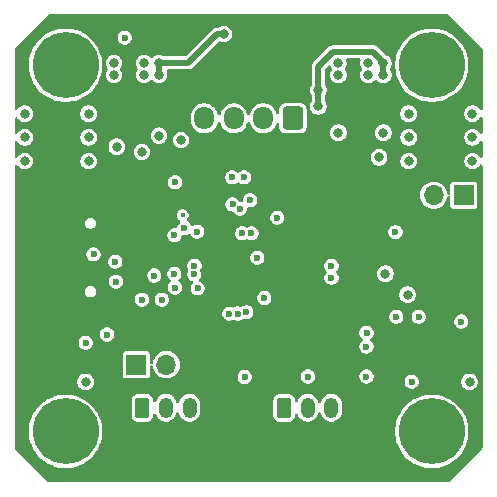
<source format=gbr>
%TF.GenerationSoftware,KiCad,Pcbnew,9.0.0*%
%TF.CreationDate,2025-02-20T17:26:32-08:00*%
%TF.ProjectId,Integrated FOC Stepper Driver,496e7465-6772-4617-9465-6420464f4320,rev?*%
%TF.SameCoordinates,Original*%
%TF.FileFunction,Copper,L5,Inr*%
%TF.FilePolarity,Positive*%
%FSLAX46Y46*%
G04 Gerber Fmt 4.6, Leading zero omitted, Abs format (unit mm)*
G04 Created by KiCad (PCBNEW 9.0.0) date 2025-02-20 17:26:32*
%MOMM*%
%LPD*%
G01*
G04 APERTURE LIST*
G04 Aperture macros list*
%AMRoundRect*
0 Rectangle with rounded corners*
0 $1 Rounding radius*
0 $2 $3 $4 $5 $6 $7 $8 $9 X,Y pos of 4 corners*
0 Add a 4 corners polygon primitive as box body*
4,1,4,$2,$3,$4,$5,$6,$7,$8,$9,$2,$3,0*
0 Add four circle primitives for the rounded corners*
1,1,$1+$1,$2,$3*
1,1,$1+$1,$4,$5*
1,1,$1+$1,$6,$7*
1,1,$1+$1,$8,$9*
0 Add four rect primitives between the rounded corners*
20,1,$1+$1,$2,$3,$4,$5,0*
20,1,$1+$1,$4,$5,$6,$7,0*
20,1,$1+$1,$6,$7,$8,$9,0*
20,1,$1+$1,$8,$9,$2,$3,0*%
G04 Aperture macros list end*
%TA.AperFunction,ComponentPad*%
%ADD10C,5.600000*%
%TD*%
%TA.AperFunction,ComponentPad*%
%ADD11R,1.700000X1.700000*%
%TD*%
%TA.AperFunction,ComponentPad*%
%ADD12O,1.700000X1.700000*%
%TD*%
%TA.AperFunction,HeatsinkPad*%
%ADD13O,2.100000X1.000000*%
%TD*%
%TA.AperFunction,HeatsinkPad*%
%ADD14O,1.800000X1.000000*%
%TD*%
%TA.AperFunction,ComponentPad*%
%ADD15C,0.600000*%
%TD*%
%TA.AperFunction,ComponentPad*%
%ADD16RoundRect,0.250000X-0.350000X-0.625000X0.350000X-0.625000X0.350000X0.625000X-0.350000X0.625000X0*%
%TD*%
%TA.AperFunction,ComponentPad*%
%ADD17O,1.200000X1.750000*%
%TD*%
%TA.AperFunction,ComponentPad*%
%ADD18RoundRect,0.250000X0.600000X0.725000X-0.600000X0.725000X-0.600000X-0.725000X0.600000X-0.725000X0*%
%TD*%
%TA.AperFunction,ComponentPad*%
%ADD19O,1.700000X1.950000*%
%TD*%
%TA.AperFunction,ViaPad*%
%ADD20C,0.600000*%
%TD*%
%TA.AperFunction,ViaPad*%
%ADD21C,0.800000*%
%TD*%
%TA.AperFunction,ViaPad*%
%ADD22C,0.400000*%
%TD*%
%TA.AperFunction,Conductor*%
%ADD23C,0.500000*%
%TD*%
G04 APERTURE END LIST*
D10*
%TO.N,N/C*%
%TO.C,H4*%
X34500000Y-65500000D03*
%TD*%
D11*
%TO.N,/CAN_H*%
%TO.C,J5*%
X40500000Y-59850000D03*
D12*
%TO.N,Net-(J5-Pin_2)*%
X43040000Y-59850000D03*
%TD*%
D11*
%TO.N,Net-(J2-Pin_1)*%
%TO.C,J2*%
X68210000Y-45500000D03*
D12*
%TO.N,Net-(J2-Pin_2)*%
X65670000Y-45500000D03*
%TO.N,GND*%
X63130000Y-45500000D03*
%TD*%
D13*
%TO.N,GND*%
%TO.C,J1*%
X37125000Y-46430000D03*
D14*
X32925000Y-46430000D03*
D13*
X37125000Y-55070000D03*
D14*
X32925000Y-55070000D03*
%TD*%
D15*
%TO.N,GND*%
%TO.C,U6*%
X57550000Y-38150000D03*
X58850000Y-38150000D03*
X60150000Y-38150000D03*
X61450000Y-38150000D03*
X57550000Y-36850000D03*
X58850000Y-36850000D03*
X60150000Y-36850000D03*
X61450000Y-36850000D03*
%TD*%
D10*
%TO.N,N/C*%
%TO.C,H2*%
X65500000Y-34500000D03*
%TD*%
D16*
%TO.N,VBUS*%
%TO.C,J4*%
X53000000Y-63500000D03*
D17*
%TO.N,/CAN_H*%
X55000000Y-63500000D03*
%TO.N,/CAN_L*%
X57000000Y-63500000D03*
%TO.N,GND*%
X59000000Y-63500000D03*
%TD*%
D15*
%TO.N,GND*%
%TO.C,U7*%
X38550000Y-38150000D03*
X39850000Y-38150000D03*
X41150000Y-38150000D03*
X42450000Y-38150000D03*
X38550000Y-36850000D03*
X39850000Y-36850000D03*
X41150000Y-36850000D03*
X42450000Y-36850000D03*
%TD*%
D16*
%TO.N,VBUS*%
%TO.C,J3*%
X41000000Y-63500000D03*
D17*
%TO.N,/CAN_H*%
X43000000Y-63500000D03*
%TO.N,/CAN_L*%
X45000000Y-63500000D03*
%TO.N,GND*%
X47000000Y-63500000D03*
%TD*%
D10*
%TO.N,N/C*%
%TO.C,H3*%
X65500000Y-65500000D03*
%TD*%
D18*
%TO.N,/A2*%
%TO.C,J6*%
X53750000Y-39000000D03*
D19*
%TO.N,/A1*%
X51250000Y-39000000D03*
%TO.N,/B2*%
X48750000Y-39000000D03*
%TO.N,/B1*%
X46250000Y-39000000D03*
%TD*%
D10*
%TO.N,N/C*%
%TO.C,H1*%
X34500000Y-34500000D03*
%TD*%
D20*
%TO.N,+3.3V*%
X45680000Y-53390000D03*
X50240000Y-48730000D03*
D21*
X61575000Y-52150000D03*
D20*
X45640000Y-48590000D03*
X40965000Y-54350000D03*
X42002500Y-52302500D03*
X62426567Y-48625219D03*
D21*
X61405000Y-40200000D03*
D20*
X43760000Y-44400000D03*
X48600000Y-43990000D03*
X49600000Y-43990000D03*
D22*
X44410000Y-47190000D03*
D21*
X42405000Y-40450000D03*
D20*
X51330000Y-54210000D03*
X52415000Y-47410000D03*
D21*
X61050000Y-42295000D03*
%TO.N,GND*%
X34550000Y-40600000D03*
D20*
X48000000Y-59350000D03*
D21*
X57360000Y-45800000D03*
X67050000Y-42600000D03*
X39865000Y-35300000D03*
D20*
X37300000Y-60350000D03*
X39681250Y-45237500D03*
X44660000Y-42700000D03*
D21*
X52800000Y-55100000D03*
X32950000Y-38600000D03*
X50050000Y-63450000D03*
D20*
X49000000Y-50800000D03*
D21*
X61575000Y-50250000D03*
X34550000Y-42600000D03*
X31650000Y-48350000D03*
X35200000Y-49600000D03*
X64900000Y-59625000D03*
X54794881Y-51375000D03*
X58865000Y-35300000D03*
X60150000Y-64850000D03*
X58865000Y-34300000D03*
D20*
X42675000Y-46425000D03*
D21*
X32950000Y-40600000D03*
X66150000Y-58400000D03*
D20*
X40995000Y-53350000D03*
D21*
X60125000Y-53030000D03*
X39865000Y-34300000D03*
D20*
X52000000Y-57650000D03*
X61410000Y-32330000D03*
D21*
X54980000Y-54025000D03*
X43300000Y-67650000D03*
D20*
X47000000Y-50800000D03*
D21*
X46300000Y-42850000D03*
X50100000Y-67450000D03*
X65450000Y-42600000D03*
X34550000Y-38600000D03*
D20*
X47000000Y-44020000D03*
D21*
X54600000Y-68350000D03*
X68000000Y-52000000D03*
D20*
X37725000Y-53950000D03*
D21*
X61161372Y-60134644D03*
X55575000Y-49065000D03*
D20*
X48000000Y-52000000D03*
X46480000Y-57460000D03*
D21*
X47300000Y-40750000D03*
X31300000Y-58000000D03*
X67050000Y-40600000D03*
D20*
X37725000Y-47550000D03*
X44443750Y-46031250D03*
D21*
X59100000Y-54900000D03*
X53180000Y-46570000D03*
X67050000Y-38600000D03*
X63800000Y-58000000D03*
X32950000Y-42600000D03*
D20*
X42260000Y-43260000D03*
D21*
X51937500Y-59950000D03*
D20*
X50000000Y-57675000D03*
D21*
X50150000Y-34150000D03*
D20*
X39775000Y-43250000D03*
X47000000Y-52000000D03*
D21*
X31750000Y-53500000D03*
X65450000Y-40600000D03*
D20*
X46490000Y-60390000D03*
X68325000Y-62925000D03*
X48000000Y-50800000D03*
X40741268Y-48858732D03*
D21*
X53050000Y-31450000D03*
X40850000Y-57050000D03*
X65450000Y-38600000D03*
X58450000Y-58000000D03*
X37900000Y-63950000D03*
D20*
X38550000Y-32160000D03*
D21*
X57700000Y-67000000D03*
D20*
X50600000Y-44020000D03*
D21*
X33750000Y-58050000D03*
D20*
%TO.N,+1V1*%
X50727492Y-50799999D03*
X45411254Y-51461254D03*
D21*
%TO.N,VBUS*%
X31050000Y-40600000D03*
X55900000Y-36575000D03*
X68950000Y-42600000D03*
X42405000Y-35300000D03*
X31050000Y-38600000D03*
X36450000Y-38600000D03*
D20*
X39510000Y-32160000D03*
D21*
X55900000Y-37975000D03*
X36450000Y-40600000D03*
X42405000Y-34300000D03*
X63550000Y-38600000D03*
X61405000Y-35300000D03*
X68950000Y-40600000D03*
X44275000Y-40825000D03*
X31050000Y-42600000D03*
X68950000Y-38600000D03*
X61405000Y-34300000D03*
X47900000Y-31860000D03*
X63550000Y-40600000D03*
X63550000Y-42600000D03*
X36450000Y-42600000D03*
D20*
%TO.N,/USB_D+*%
X57010000Y-51500000D03*
X36863907Y-50499999D03*
%TO.N,/USB_D-*%
X57010000Y-52500000D03*
X38713632Y-51138490D03*
D21*
%TO.N,/B2*%
X38595000Y-34300000D03*
X38595000Y-35300000D03*
%TO.N,/B1*%
X41135000Y-34300000D03*
X41135000Y-35300000D03*
%TO.N,/A2*%
X57595000Y-34300000D03*
X57595000Y-35300000D03*
%TO.N,/A1*%
X60135000Y-34300000D03*
X60135000Y-35300000D03*
D20*
%TO.N,/NEOPIXEL*%
X38000000Y-57300000D03*
X43702569Y-48901594D03*
%TO.N,/A_CURRENT*%
X48359527Y-55525811D03*
D21*
X40965748Y-41834252D03*
X57595000Y-40200000D03*
D20*
%TO.N,/B_CURRENT*%
X49084474Y-55516833D03*
D21*
X38835000Y-41390000D03*
D20*
%TO.N,+5V*%
X59975000Y-58315000D03*
D21*
X63450000Y-53925000D03*
X68700000Y-61300000D03*
X36200000Y-61300000D03*
D20*
%TO.N,/SCL*%
X48636962Y-46275513D03*
%TO.N,/MT6701_PUSH*%
X44562500Y-48275000D03*
%TO.N,/SDA*%
X49257757Y-46650001D03*
%TO.N,/CAN_TX*%
X49446758Y-48724999D03*
X59975000Y-60855000D03*
%TO.N,/CAN_S*%
X43755882Y-53325000D03*
X55025000Y-60855000D03*
%TO.N,/CAN_RX*%
X50125000Y-45919492D03*
X59980000Y-57150000D03*
%TO.N,/MT6701_ANALOG*%
X49800000Y-55400000D03*
%TO.N,/VUSB*%
X38771232Y-52828768D03*
X62500000Y-55800000D03*
%TO.N,Net-(D1-DOUT)*%
X63800000Y-61300000D03*
X36200000Y-58000000D03*
%TO.N,Net-(U3-VOUT)*%
X49662500Y-60900000D03*
X64400000Y-55800000D03*
%TO.N,Net-(J2-Pin_2)*%
X43713536Y-52163993D03*
%TO.N,Net-(J2-Pin_1)*%
X45401422Y-52199539D03*
%TO.N,Net-(U1-RUN)*%
X68000000Y-56200000D03*
X42650000Y-54350000D03*
%TD*%
D23*
%TO.N,VBUS*%
X47290000Y-31860000D02*
X44850000Y-34300000D01*
X60528503Y-33350000D02*
X57175000Y-33350000D01*
X61405000Y-35300000D02*
X61405000Y-34300000D01*
X55900000Y-34625000D02*
X55900000Y-36575000D01*
X61405000Y-34300000D02*
X61405000Y-34226497D01*
X61405000Y-34226497D02*
X60528503Y-33350000D01*
X42405000Y-34300000D02*
X42405000Y-35300000D01*
X55900000Y-36575000D02*
X55900000Y-37975000D01*
X47900000Y-31860000D02*
X47290000Y-31860000D01*
X44850000Y-34300000D02*
X42405000Y-34300000D01*
X57175000Y-33350000D02*
X55900000Y-34625000D01*
%TD*%
%TA.AperFunction,Conductor*%
%TO.N,GND*%
G36*
X66932627Y-30220185D02*
G01*
X66953269Y-30236819D01*
X69763181Y-33046731D01*
X69796666Y-33108054D01*
X69799500Y-33134412D01*
X69799500Y-38201725D01*
X69779815Y-38268764D01*
X69727011Y-38314519D01*
X69657853Y-38324463D01*
X69594297Y-38295438D01*
X69572398Y-38270616D01*
X69494114Y-38153458D01*
X69494111Y-38153454D01*
X69396545Y-38055888D01*
X69396541Y-38055885D01*
X69281817Y-37979228D01*
X69281804Y-37979221D01*
X69154332Y-37926421D01*
X69154322Y-37926418D01*
X69018995Y-37899500D01*
X69018993Y-37899500D01*
X68881007Y-37899500D01*
X68881005Y-37899500D01*
X68745677Y-37926418D01*
X68745667Y-37926421D01*
X68618195Y-37979221D01*
X68618182Y-37979228D01*
X68503458Y-38055885D01*
X68503454Y-38055888D01*
X68405888Y-38153454D01*
X68405885Y-38153458D01*
X68329228Y-38268182D01*
X68329221Y-38268195D01*
X68276421Y-38395667D01*
X68276418Y-38395677D01*
X68249500Y-38531004D01*
X68249500Y-38531007D01*
X68249500Y-38668993D01*
X68249500Y-38668995D01*
X68249499Y-38668995D01*
X68276418Y-38804322D01*
X68276421Y-38804332D01*
X68329221Y-38931804D01*
X68329228Y-38931817D01*
X68405885Y-39046541D01*
X68405888Y-39046545D01*
X68503454Y-39144111D01*
X68503458Y-39144114D01*
X68618182Y-39220771D01*
X68618195Y-39220778D01*
X68716571Y-39261526D01*
X68745672Y-39273580D01*
X68745676Y-39273580D01*
X68745677Y-39273581D01*
X68881004Y-39300500D01*
X68881007Y-39300500D01*
X69018995Y-39300500D01*
X69110041Y-39282389D01*
X69154328Y-39273580D01*
X69281811Y-39220775D01*
X69396542Y-39144114D01*
X69494114Y-39046542D01*
X69533553Y-38987516D01*
X69572398Y-38929383D01*
X69626010Y-38884578D01*
X69695335Y-38875871D01*
X69758363Y-38906026D01*
X69795082Y-38965469D01*
X69799500Y-38998274D01*
X69799500Y-40201725D01*
X69779815Y-40268764D01*
X69727011Y-40314519D01*
X69657853Y-40324463D01*
X69594297Y-40295438D01*
X69572398Y-40270616D01*
X69494114Y-40153458D01*
X69494111Y-40153454D01*
X69396545Y-40055888D01*
X69396541Y-40055885D01*
X69281817Y-39979228D01*
X69281804Y-39979221D01*
X69154332Y-39926421D01*
X69154322Y-39926418D01*
X69018995Y-39899500D01*
X69018993Y-39899500D01*
X68881007Y-39899500D01*
X68881005Y-39899500D01*
X68745677Y-39926418D01*
X68745667Y-39926421D01*
X68618195Y-39979221D01*
X68618182Y-39979228D01*
X68503458Y-40055885D01*
X68503454Y-40055888D01*
X68405888Y-40153454D01*
X68405885Y-40153458D01*
X68329228Y-40268182D01*
X68329221Y-40268195D01*
X68276421Y-40395667D01*
X68276418Y-40395677D01*
X68249500Y-40531004D01*
X68249500Y-40531007D01*
X68249500Y-40668993D01*
X68249500Y-40668995D01*
X68249499Y-40668995D01*
X68276418Y-40804322D01*
X68276421Y-40804332D01*
X68329221Y-40931804D01*
X68329228Y-40931817D01*
X68405885Y-41046541D01*
X68405888Y-41046545D01*
X68503454Y-41144111D01*
X68503458Y-41144114D01*
X68618182Y-41220771D01*
X68618195Y-41220778D01*
X68740749Y-41271541D01*
X68745672Y-41273580D01*
X68745676Y-41273580D01*
X68745677Y-41273581D01*
X68881004Y-41300500D01*
X68881007Y-41300500D01*
X69018995Y-41300500D01*
X69110041Y-41282389D01*
X69154328Y-41273580D01*
X69281811Y-41220775D01*
X69396542Y-41144114D01*
X69494114Y-41046542D01*
X69533553Y-40987516D01*
X69572398Y-40929383D01*
X69626010Y-40884578D01*
X69695335Y-40875871D01*
X69758363Y-40906026D01*
X69795082Y-40965469D01*
X69799500Y-40998274D01*
X69799500Y-42201725D01*
X69779815Y-42268764D01*
X69727011Y-42314519D01*
X69657853Y-42324463D01*
X69594297Y-42295438D01*
X69572398Y-42270616D01*
X69494114Y-42153458D01*
X69494111Y-42153454D01*
X69396545Y-42055888D01*
X69396541Y-42055885D01*
X69281817Y-41979228D01*
X69281804Y-41979221D01*
X69154332Y-41926421D01*
X69154322Y-41926418D01*
X69018995Y-41899500D01*
X69018993Y-41899500D01*
X68881007Y-41899500D01*
X68881005Y-41899500D01*
X68745677Y-41926418D01*
X68745667Y-41926421D01*
X68618195Y-41979221D01*
X68618182Y-41979228D01*
X68503458Y-42055885D01*
X68503454Y-42055888D01*
X68405888Y-42153454D01*
X68405885Y-42153458D01*
X68329228Y-42268182D01*
X68329221Y-42268195D01*
X68276421Y-42395667D01*
X68276418Y-42395677D01*
X68249500Y-42531004D01*
X68249500Y-42531007D01*
X68249500Y-42668993D01*
X68249500Y-42668995D01*
X68249499Y-42668995D01*
X68276418Y-42804322D01*
X68276421Y-42804332D01*
X68329221Y-42931804D01*
X68329228Y-42931817D01*
X68405885Y-43046541D01*
X68405888Y-43046545D01*
X68503454Y-43144111D01*
X68503458Y-43144114D01*
X68618182Y-43220771D01*
X68618195Y-43220778D01*
X68745667Y-43273578D01*
X68745672Y-43273580D01*
X68745676Y-43273580D01*
X68745677Y-43273581D01*
X68881004Y-43300500D01*
X68881007Y-43300500D01*
X69018995Y-43300500D01*
X69110041Y-43282389D01*
X69154328Y-43273580D01*
X69281811Y-43220775D01*
X69396542Y-43144114D01*
X69494114Y-43046542D01*
X69546208Y-42968578D01*
X69572398Y-42929383D01*
X69626010Y-42884578D01*
X69695335Y-42875871D01*
X69758363Y-42906026D01*
X69795082Y-42965469D01*
X69799500Y-42998274D01*
X69799500Y-66865588D01*
X69779815Y-66932627D01*
X69763181Y-66953269D01*
X66953269Y-69763181D01*
X66891946Y-69796666D01*
X66865588Y-69799500D01*
X33134412Y-69799500D01*
X33067373Y-69779815D01*
X33046731Y-69763181D01*
X30236819Y-66953269D01*
X30203334Y-66891946D01*
X30200500Y-66865588D01*
X30200500Y-65325875D01*
X31399500Y-65325875D01*
X31399500Y-65674124D01*
X31438489Y-66020158D01*
X31438491Y-66020170D01*
X31515982Y-66359684D01*
X31515985Y-66359692D01*
X31630999Y-66688382D01*
X31782092Y-67002130D01*
X31967371Y-67296999D01*
X31967372Y-67297001D01*
X32184487Y-67569256D01*
X32430743Y-67815512D01*
X32702998Y-68032627D01*
X32703001Y-68032628D01*
X32703003Y-68032630D01*
X32997867Y-68217906D01*
X33311621Y-68369002D01*
X33558488Y-68455384D01*
X33640307Y-68484014D01*
X33640315Y-68484017D01*
X33640318Y-68484017D01*
X33640319Y-68484018D01*
X33979829Y-68561509D01*
X34325876Y-68600499D01*
X34325877Y-68600500D01*
X34325880Y-68600500D01*
X34674123Y-68600500D01*
X34674123Y-68600499D01*
X35020171Y-68561509D01*
X35359681Y-68484018D01*
X35688379Y-68369002D01*
X36002133Y-68217906D01*
X36296997Y-68032630D01*
X36297001Y-68032627D01*
X36569256Y-67815512D01*
X36569258Y-67815509D01*
X36569263Y-67815506D01*
X36815506Y-67569263D01*
X37032630Y-67296997D01*
X37217906Y-67002133D01*
X37369002Y-66688379D01*
X37484018Y-66359681D01*
X37561509Y-66020171D01*
X37600500Y-65674120D01*
X37600500Y-65325880D01*
X37600499Y-65325875D01*
X62399500Y-65325875D01*
X62399500Y-65674124D01*
X62438489Y-66020158D01*
X62438491Y-66020170D01*
X62515982Y-66359684D01*
X62515985Y-66359692D01*
X62630999Y-66688382D01*
X62782092Y-67002130D01*
X62967371Y-67296999D01*
X62967372Y-67297001D01*
X63184487Y-67569256D01*
X63430743Y-67815512D01*
X63702998Y-68032627D01*
X63703001Y-68032628D01*
X63703003Y-68032630D01*
X63997867Y-68217906D01*
X64311621Y-68369002D01*
X64558488Y-68455384D01*
X64640307Y-68484014D01*
X64640315Y-68484017D01*
X64640318Y-68484017D01*
X64640319Y-68484018D01*
X64979829Y-68561509D01*
X65325876Y-68600499D01*
X65325877Y-68600500D01*
X65325880Y-68600500D01*
X65674123Y-68600500D01*
X65674123Y-68600499D01*
X66020171Y-68561509D01*
X66359681Y-68484018D01*
X66688379Y-68369002D01*
X67002133Y-68217906D01*
X67296997Y-68032630D01*
X67297001Y-68032627D01*
X67569256Y-67815512D01*
X67569258Y-67815509D01*
X67569263Y-67815506D01*
X67815506Y-67569263D01*
X68032630Y-67296997D01*
X68217906Y-67002133D01*
X68369002Y-66688379D01*
X68484018Y-66359681D01*
X68561509Y-66020171D01*
X68600500Y-65674120D01*
X68600500Y-65325880D01*
X68561509Y-64979829D01*
X68484018Y-64640319D01*
X68369002Y-64311621D01*
X68217906Y-63997867D01*
X68032630Y-63703003D01*
X68032628Y-63703000D01*
X68032627Y-63702998D01*
X67815512Y-63430743D01*
X67569256Y-63184487D01*
X67297001Y-62967372D01*
X67296999Y-62967371D01*
X67002130Y-62782092D01*
X66688382Y-62630999D01*
X66359692Y-62515985D01*
X66359684Y-62515982D01*
X66105048Y-62457863D01*
X66020171Y-62438491D01*
X66020167Y-62438490D01*
X66020158Y-62438489D01*
X65674124Y-62399500D01*
X65674120Y-62399500D01*
X65325880Y-62399500D01*
X65325875Y-62399500D01*
X64979841Y-62438489D01*
X64979829Y-62438491D01*
X64640315Y-62515982D01*
X64640307Y-62515985D01*
X64311617Y-62630999D01*
X63997869Y-62782092D01*
X63703000Y-62967371D01*
X63702998Y-62967372D01*
X63430743Y-63184487D01*
X63184487Y-63430743D01*
X62967372Y-63702998D01*
X62967371Y-63703000D01*
X62782092Y-63997869D01*
X62630999Y-64311617D01*
X62515985Y-64640307D01*
X62515982Y-64640315D01*
X62438491Y-64979829D01*
X62438489Y-64979841D01*
X62399500Y-65325875D01*
X37600499Y-65325875D01*
X37561509Y-64979829D01*
X37484018Y-64640319D01*
X37369002Y-64311621D01*
X37217906Y-63997867D01*
X37032630Y-63703003D01*
X37032628Y-63703000D01*
X37032627Y-63702998D01*
X36815512Y-63430743D01*
X36569256Y-63184487D01*
X36297001Y-62967372D01*
X36296999Y-62967371D01*
X36242594Y-62933186D01*
X36081396Y-62831898D01*
X40099500Y-62831898D01*
X40099500Y-64168102D01*
X40103516Y-64201541D01*
X40110122Y-64256561D01*
X40165639Y-64397343D01*
X40257077Y-64517922D01*
X40377656Y-64609360D01*
X40377657Y-64609360D01*
X40377658Y-64609361D01*
X40518436Y-64664877D01*
X40606898Y-64675500D01*
X40606903Y-64675500D01*
X41393097Y-64675500D01*
X41393102Y-64675500D01*
X41481564Y-64664877D01*
X41622342Y-64609361D01*
X41742922Y-64517922D01*
X41834361Y-64397342D01*
X41889877Y-64256564D01*
X41900500Y-64168102D01*
X41900500Y-64097080D01*
X41920185Y-64030041D01*
X41972989Y-63984286D01*
X42042147Y-63974342D01*
X42105703Y-64003367D01*
X42139061Y-64049628D01*
X42201983Y-64201541D01*
X42201990Y-64201553D01*
X42300535Y-64349034D01*
X42300538Y-64349038D01*
X42425961Y-64474461D01*
X42425965Y-64474464D01*
X42573446Y-64573009D01*
X42573459Y-64573016D01*
X42696363Y-64623923D01*
X42737334Y-64640894D01*
X42737336Y-64640894D01*
X42737341Y-64640896D01*
X42911304Y-64675499D01*
X42911307Y-64675500D01*
X42911309Y-64675500D01*
X43088693Y-64675500D01*
X43088694Y-64675499D01*
X43146682Y-64663964D01*
X43262658Y-64640896D01*
X43262661Y-64640894D01*
X43262666Y-64640894D01*
X43426547Y-64573013D01*
X43574035Y-64474464D01*
X43699464Y-64349035D01*
X43798013Y-64201547D01*
X43865894Y-64037666D01*
X43873811Y-63997869D01*
X43878383Y-63974882D01*
X43910768Y-63912971D01*
X43971483Y-63878397D01*
X44041253Y-63882136D01*
X44097925Y-63923003D01*
X44121617Y-63974882D01*
X44134103Y-64037658D01*
X44134106Y-64037667D01*
X44201983Y-64201540D01*
X44201990Y-64201553D01*
X44300535Y-64349034D01*
X44300538Y-64349038D01*
X44425961Y-64474461D01*
X44425965Y-64474464D01*
X44573446Y-64573009D01*
X44573459Y-64573016D01*
X44696363Y-64623923D01*
X44737334Y-64640894D01*
X44737336Y-64640894D01*
X44737341Y-64640896D01*
X44911304Y-64675499D01*
X44911307Y-64675500D01*
X44911309Y-64675500D01*
X45088693Y-64675500D01*
X45088694Y-64675499D01*
X45146682Y-64663964D01*
X45262658Y-64640896D01*
X45262661Y-64640894D01*
X45262666Y-64640894D01*
X45426547Y-64573013D01*
X45574035Y-64474464D01*
X45699464Y-64349035D01*
X45798013Y-64201547D01*
X45865894Y-64037666D01*
X45900500Y-63863691D01*
X45900500Y-63136309D01*
X45900500Y-63136306D01*
X45900499Y-63136304D01*
X45865896Y-62962341D01*
X45865893Y-62962332D01*
X45860939Y-62950371D01*
X45811866Y-62831898D01*
X52099500Y-62831898D01*
X52099500Y-64168102D01*
X52103516Y-64201541D01*
X52110122Y-64256561D01*
X52165639Y-64397343D01*
X52257077Y-64517922D01*
X52377656Y-64609360D01*
X52377657Y-64609360D01*
X52377658Y-64609361D01*
X52518436Y-64664877D01*
X52606898Y-64675500D01*
X52606903Y-64675500D01*
X53393097Y-64675500D01*
X53393102Y-64675500D01*
X53481564Y-64664877D01*
X53622342Y-64609361D01*
X53742922Y-64517922D01*
X53834361Y-64397342D01*
X53889877Y-64256564D01*
X53900500Y-64168102D01*
X53900500Y-64097080D01*
X53920185Y-64030041D01*
X53972989Y-63984286D01*
X54042147Y-63974342D01*
X54105703Y-64003367D01*
X54139061Y-64049628D01*
X54201983Y-64201541D01*
X54201990Y-64201553D01*
X54300535Y-64349034D01*
X54300538Y-64349038D01*
X54425961Y-64474461D01*
X54425965Y-64474464D01*
X54573446Y-64573009D01*
X54573459Y-64573016D01*
X54696363Y-64623923D01*
X54737334Y-64640894D01*
X54737336Y-64640894D01*
X54737341Y-64640896D01*
X54911304Y-64675499D01*
X54911307Y-64675500D01*
X54911309Y-64675500D01*
X55088693Y-64675500D01*
X55088694Y-64675499D01*
X55146682Y-64663964D01*
X55262658Y-64640896D01*
X55262661Y-64640894D01*
X55262666Y-64640894D01*
X55426547Y-64573013D01*
X55574035Y-64474464D01*
X55699464Y-64349035D01*
X55798013Y-64201547D01*
X55865894Y-64037666D01*
X55873811Y-63997869D01*
X55878383Y-63974882D01*
X55910768Y-63912971D01*
X55971483Y-63878397D01*
X56041253Y-63882136D01*
X56097925Y-63923003D01*
X56121617Y-63974882D01*
X56134103Y-64037658D01*
X56134106Y-64037667D01*
X56201983Y-64201540D01*
X56201990Y-64201553D01*
X56300535Y-64349034D01*
X56300538Y-64349038D01*
X56425961Y-64474461D01*
X56425965Y-64474464D01*
X56573446Y-64573009D01*
X56573459Y-64573016D01*
X56696363Y-64623923D01*
X56737334Y-64640894D01*
X56737336Y-64640894D01*
X56737341Y-64640896D01*
X56911304Y-64675499D01*
X56911307Y-64675500D01*
X56911309Y-64675500D01*
X57088693Y-64675500D01*
X57088694Y-64675499D01*
X57146682Y-64663964D01*
X57262658Y-64640896D01*
X57262661Y-64640894D01*
X57262666Y-64640894D01*
X57426547Y-64573013D01*
X57574035Y-64474464D01*
X57699464Y-64349035D01*
X57798013Y-64201547D01*
X57865894Y-64037666D01*
X57900500Y-63863691D01*
X57900500Y-63136309D01*
X57900500Y-63136306D01*
X57900499Y-63136304D01*
X57865896Y-62962341D01*
X57865893Y-62962332D01*
X57798016Y-62798459D01*
X57798009Y-62798446D01*
X57699464Y-62650965D01*
X57699461Y-62650961D01*
X57574038Y-62525538D01*
X57574034Y-62525535D01*
X57426553Y-62426990D01*
X57426540Y-62426983D01*
X57262667Y-62359106D01*
X57262658Y-62359103D01*
X57088694Y-62324500D01*
X57088691Y-62324500D01*
X56911309Y-62324500D01*
X56911306Y-62324500D01*
X56737341Y-62359103D01*
X56737332Y-62359106D01*
X56573459Y-62426983D01*
X56573446Y-62426990D01*
X56425965Y-62525535D01*
X56425961Y-62525538D01*
X56300538Y-62650961D01*
X56300535Y-62650965D01*
X56201990Y-62798446D01*
X56201983Y-62798459D01*
X56134106Y-62962332D01*
X56134104Y-62962340D01*
X56121617Y-63025118D01*
X56089232Y-63087028D01*
X56028516Y-63121603D01*
X55958747Y-63117863D01*
X55902075Y-63076996D01*
X55878383Y-63025118D01*
X55865895Y-62962340D01*
X55865894Y-62962334D01*
X55829986Y-62875643D01*
X55798016Y-62798459D01*
X55798009Y-62798446D01*
X55699464Y-62650965D01*
X55699461Y-62650961D01*
X55574038Y-62525538D01*
X55574034Y-62525535D01*
X55426553Y-62426990D01*
X55426540Y-62426983D01*
X55262667Y-62359106D01*
X55262658Y-62359103D01*
X55088694Y-62324500D01*
X55088691Y-62324500D01*
X54911309Y-62324500D01*
X54911306Y-62324500D01*
X54737341Y-62359103D01*
X54737332Y-62359106D01*
X54573459Y-62426983D01*
X54573446Y-62426990D01*
X54425965Y-62525535D01*
X54425961Y-62525538D01*
X54300538Y-62650961D01*
X54300535Y-62650965D01*
X54201990Y-62798446D01*
X54201983Y-62798459D01*
X54139061Y-62950371D01*
X54095221Y-63004775D01*
X54028927Y-63026840D01*
X53961227Y-63009561D01*
X53913616Y-62958424D01*
X53900500Y-62902919D01*
X53900500Y-62831903D01*
X53900500Y-62831898D01*
X53889877Y-62743436D01*
X53834361Y-62602658D01*
X53834360Y-62602657D01*
X53834360Y-62602656D01*
X53742922Y-62482077D01*
X53622343Y-62390639D01*
X53481561Y-62335122D01*
X53435926Y-62329642D01*
X53393102Y-62324500D01*
X52606898Y-62324500D01*
X52567853Y-62329188D01*
X52518438Y-62335122D01*
X52377656Y-62390639D01*
X52257077Y-62482077D01*
X52165639Y-62602656D01*
X52110122Y-62743438D01*
X52105481Y-62782092D01*
X52099500Y-62831898D01*
X45811866Y-62831898D01*
X45798013Y-62798453D01*
X45798009Y-62798446D01*
X45699464Y-62650965D01*
X45699461Y-62650961D01*
X45574038Y-62525538D01*
X45574034Y-62525535D01*
X45426553Y-62426990D01*
X45426540Y-62426983D01*
X45262667Y-62359106D01*
X45262658Y-62359103D01*
X45088694Y-62324500D01*
X45088691Y-62324500D01*
X44911309Y-62324500D01*
X44911306Y-62324500D01*
X44737341Y-62359103D01*
X44737332Y-62359106D01*
X44573459Y-62426983D01*
X44573446Y-62426990D01*
X44425965Y-62525535D01*
X44425961Y-62525538D01*
X44300538Y-62650961D01*
X44300535Y-62650965D01*
X44201990Y-62798446D01*
X44201983Y-62798459D01*
X44134106Y-62962332D01*
X44134104Y-62962340D01*
X44121617Y-63025118D01*
X44089232Y-63087028D01*
X44028516Y-63121603D01*
X43958747Y-63117863D01*
X43902075Y-63076996D01*
X43878383Y-63025118D01*
X43865895Y-62962340D01*
X43865894Y-62962334D01*
X43829986Y-62875643D01*
X43798016Y-62798459D01*
X43798009Y-62798446D01*
X43699464Y-62650965D01*
X43699461Y-62650961D01*
X43574038Y-62525538D01*
X43574034Y-62525535D01*
X43426553Y-62426990D01*
X43426540Y-62426983D01*
X43262667Y-62359106D01*
X43262658Y-62359103D01*
X43088694Y-62324500D01*
X43088691Y-62324500D01*
X42911309Y-62324500D01*
X42911306Y-62324500D01*
X42737341Y-62359103D01*
X42737332Y-62359106D01*
X42573459Y-62426983D01*
X42573446Y-62426990D01*
X42425965Y-62525535D01*
X42425961Y-62525538D01*
X42300538Y-62650961D01*
X42300535Y-62650965D01*
X42201990Y-62798446D01*
X42201983Y-62798459D01*
X42139061Y-62950371D01*
X42095221Y-63004775D01*
X42028927Y-63026840D01*
X41961227Y-63009561D01*
X41913616Y-62958424D01*
X41900500Y-62902919D01*
X41900500Y-62831903D01*
X41900500Y-62831898D01*
X41889877Y-62743436D01*
X41834361Y-62602658D01*
X41834360Y-62602657D01*
X41834360Y-62602656D01*
X41742922Y-62482077D01*
X41622343Y-62390639D01*
X41481561Y-62335122D01*
X41435926Y-62329642D01*
X41393102Y-62324500D01*
X40606898Y-62324500D01*
X40567853Y-62329188D01*
X40518438Y-62335122D01*
X40377656Y-62390639D01*
X40257077Y-62482077D01*
X40165639Y-62602656D01*
X40110122Y-62743438D01*
X40105481Y-62782092D01*
X40099500Y-62831898D01*
X36081396Y-62831898D01*
X36002130Y-62782092D01*
X35688382Y-62630999D01*
X35359692Y-62515985D01*
X35359684Y-62515982D01*
X35105048Y-62457863D01*
X35020171Y-62438491D01*
X35020167Y-62438490D01*
X35020158Y-62438489D01*
X34674124Y-62399500D01*
X34674120Y-62399500D01*
X34325880Y-62399500D01*
X34325875Y-62399500D01*
X33979841Y-62438489D01*
X33979829Y-62438491D01*
X33640315Y-62515982D01*
X33640307Y-62515985D01*
X33311617Y-62630999D01*
X32997869Y-62782092D01*
X32703000Y-62967371D01*
X32702998Y-62967372D01*
X32430743Y-63184487D01*
X32184487Y-63430743D01*
X31967372Y-63702998D01*
X31967371Y-63703000D01*
X31782092Y-63997869D01*
X31630999Y-64311617D01*
X31515985Y-64640307D01*
X31515982Y-64640315D01*
X31438491Y-64979829D01*
X31438489Y-64979841D01*
X31399500Y-65325875D01*
X30200500Y-65325875D01*
X30200500Y-61368995D01*
X35499499Y-61368995D01*
X35526418Y-61504322D01*
X35526421Y-61504332D01*
X35579221Y-61631804D01*
X35579228Y-61631817D01*
X35655885Y-61746541D01*
X35655888Y-61746545D01*
X35753454Y-61844111D01*
X35753458Y-61844114D01*
X35868182Y-61920771D01*
X35868195Y-61920778D01*
X35995667Y-61973578D01*
X35995672Y-61973580D01*
X35995676Y-61973580D01*
X35995677Y-61973581D01*
X36131004Y-62000500D01*
X36131007Y-62000500D01*
X36268995Y-62000500D01*
X36360041Y-61982389D01*
X36404328Y-61973580D01*
X36531811Y-61920775D01*
X36646542Y-61844114D01*
X36744114Y-61746542D01*
X36820775Y-61631811D01*
X36873580Y-61504328D01*
X36891434Y-61414573D01*
X36900500Y-61368995D01*
X36900500Y-61231004D01*
X36873581Y-61095677D01*
X36873580Y-61095676D01*
X36873580Y-61095672D01*
X36869901Y-61086790D01*
X36820778Y-60968195D01*
X36820771Y-60968182D01*
X36744114Y-60853458D01*
X36744111Y-60853454D01*
X36646545Y-60755888D01*
X36646541Y-60755885D01*
X36531817Y-60679228D01*
X36531804Y-60679221D01*
X36404332Y-60626421D01*
X36404322Y-60626418D01*
X36268995Y-60599500D01*
X36268993Y-60599500D01*
X36131007Y-60599500D01*
X36131005Y-60599500D01*
X35995677Y-60626418D01*
X35995667Y-60626421D01*
X35868195Y-60679221D01*
X35868182Y-60679228D01*
X35753458Y-60755885D01*
X35753454Y-60755888D01*
X35655888Y-60853454D01*
X35655885Y-60853458D01*
X35579228Y-60968182D01*
X35579221Y-60968195D01*
X35526421Y-61095667D01*
X35526418Y-61095677D01*
X35499500Y-61231004D01*
X35499500Y-61231007D01*
X35499500Y-61368993D01*
X35499500Y-61368995D01*
X35499499Y-61368995D01*
X30200500Y-61368995D01*
X30200500Y-58955131D01*
X39349500Y-58955131D01*
X39349500Y-60744856D01*
X39349502Y-60744882D01*
X39352413Y-60769987D01*
X39352415Y-60769991D01*
X39397793Y-60872764D01*
X39397794Y-60872765D01*
X39477235Y-60952206D01*
X39580009Y-60997585D01*
X39605135Y-61000500D01*
X41394864Y-61000499D01*
X41394879Y-61000497D01*
X41394882Y-61000497D01*
X41419987Y-60997586D01*
X41419988Y-60997585D01*
X41419991Y-60997585D01*
X41522765Y-60952206D01*
X41602206Y-60872765D01*
X41647585Y-60769991D01*
X41650500Y-60744865D01*
X41650499Y-60007125D01*
X41670183Y-59940089D01*
X41722987Y-59894334D01*
X41792146Y-59884390D01*
X41855702Y-59913415D01*
X41893476Y-59972193D01*
X41896972Y-59987729D01*
X41917829Y-60119410D01*
X41973787Y-60291636D01*
X41973788Y-60291639D01*
X42056006Y-60452997D01*
X42162441Y-60599494D01*
X42162445Y-60599499D01*
X42290500Y-60727554D01*
X42290505Y-60727558D01*
X42357102Y-60775943D01*
X42437006Y-60833996D01*
X42513094Y-60872765D01*
X42598360Y-60916211D01*
X42598363Y-60916212D01*
X42644770Y-60931290D01*
X42770591Y-60972171D01*
X42853429Y-60985291D01*
X42949449Y-61000500D01*
X42949454Y-61000500D01*
X43130551Y-61000500D01*
X43217259Y-60986765D01*
X43309409Y-60972171D01*
X43481639Y-60916211D01*
X43642994Y-60833996D01*
X43660960Y-60820943D01*
X49062000Y-60820943D01*
X49062000Y-60979057D01*
X49093246Y-61095667D01*
X49102923Y-61131783D01*
X49102926Y-61131790D01*
X49181975Y-61268709D01*
X49181979Y-61268714D01*
X49181980Y-61268716D01*
X49293784Y-61380520D01*
X49293786Y-61380521D01*
X49293790Y-61380524D01*
X49423653Y-61455499D01*
X49430716Y-61459577D01*
X49583443Y-61500500D01*
X49583445Y-61500500D01*
X49741555Y-61500500D01*
X49741557Y-61500500D01*
X49894284Y-61459577D01*
X50031216Y-61380520D01*
X50143020Y-61268716D01*
X50222077Y-61131784D01*
X50263000Y-60979057D01*
X50263000Y-60820943D01*
X50250942Y-60775943D01*
X54424500Y-60775943D01*
X54424500Y-60934057D01*
X54442304Y-61000500D01*
X54465423Y-61086783D01*
X54465426Y-61086790D01*
X54544475Y-61223709D01*
X54544479Y-61223714D01*
X54544480Y-61223716D01*
X54656284Y-61335520D01*
X54656286Y-61335521D01*
X54656290Y-61335524D01*
X54793209Y-61414573D01*
X54793216Y-61414577D01*
X54945943Y-61455500D01*
X54945945Y-61455500D01*
X55104055Y-61455500D01*
X55104057Y-61455500D01*
X55256784Y-61414577D01*
X55393716Y-61335520D01*
X55505520Y-61223716D01*
X55584577Y-61086784D01*
X55625500Y-60934057D01*
X55625500Y-60775943D01*
X59374500Y-60775943D01*
X59374500Y-60934057D01*
X59392304Y-61000500D01*
X59415423Y-61086783D01*
X59415426Y-61086790D01*
X59494475Y-61223709D01*
X59494479Y-61223714D01*
X59494480Y-61223716D01*
X59606284Y-61335520D01*
X59606286Y-61335521D01*
X59606290Y-61335524D01*
X59743209Y-61414573D01*
X59743216Y-61414577D01*
X59895943Y-61455500D01*
X59895945Y-61455500D01*
X60054055Y-61455500D01*
X60054057Y-61455500D01*
X60206784Y-61414577D01*
X60343716Y-61335520D01*
X60455520Y-61223716D01*
X60457121Y-61220943D01*
X63199500Y-61220943D01*
X63199500Y-61379057D01*
X63233068Y-61504332D01*
X63240423Y-61531783D01*
X63240426Y-61531790D01*
X63319475Y-61668709D01*
X63319479Y-61668714D01*
X63319480Y-61668716D01*
X63431284Y-61780520D01*
X63431286Y-61780521D01*
X63431290Y-61780524D01*
X63541428Y-61844111D01*
X63568216Y-61859577D01*
X63720943Y-61900500D01*
X63720945Y-61900500D01*
X63879055Y-61900500D01*
X63879057Y-61900500D01*
X64031784Y-61859577D01*
X64168716Y-61780520D01*
X64280520Y-61668716D01*
X64359577Y-61531784D01*
X64400500Y-61379057D01*
X64400500Y-61368995D01*
X67999499Y-61368995D01*
X68026418Y-61504322D01*
X68026421Y-61504332D01*
X68079221Y-61631804D01*
X68079228Y-61631817D01*
X68155885Y-61746541D01*
X68155888Y-61746545D01*
X68253454Y-61844111D01*
X68253458Y-61844114D01*
X68368182Y-61920771D01*
X68368195Y-61920778D01*
X68495667Y-61973578D01*
X68495672Y-61973580D01*
X68495676Y-61973580D01*
X68495677Y-61973581D01*
X68631004Y-62000500D01*
X68631007Y-62000500D01*
X68768995Y-62000500D01*
X68860041Y-61982389D01*
X68904328Y-61973580D01*
X69031811Y-61920775D01*
X69146542Y-61844114D01*
X69244114Y-61746542D01*
X69320775Y-61631811D01*
X69373580Y-61504328D01*
X69391434Y-61414573D01*
X69400500Y-61368995D01*
X69400500Y-61231004D01*
X69373581Y-61095677D01*
X69373580Y-61095676D01*
X69373580Y-61095672D01*
X69369901Y-61086790D01*
X69320778Y-60968195D01*
X69320771Y-60968182D01*
X69244114Y-60853458D01*
X69244111Y-60853454D01*
X69146545Y-60755888D01*
X69146541Y-60755885D01*
X69031817Y-60679228D01*
X69031804Y-60679221D01*
X68904332Y-60626421D01*
X68904322Y-60626418D01*
X68768995Y-60599500D01*
X68768993Y-60599500D01*
X68631007Y-60599500D01*
X68631005Y-60599500D01*
X68495677Y-60626418D01*
X68495667Y-60626421D01*
X68368195Y-60679221D01*
X68368182Y-60679228D01*
X68253458Y-60755885D01*
X68253454Y-60755888D01*
X68155888Y-60853454D01*
X68155885Y-60853458D01*
X68079228Y-60968182D01*
X68079221Y-60968195D01*
X68026421Y-61095667D01*
X68026418Y-61095677D01*
X67999500Y-61231004D01*
X67999500Y-61231007D01*
X67999500Y-61368993D01*
X67999500Y-61368995D01*
X67999499Y-61368995D01*
X64400500Y-61368995D01*
X64400500Y-61220943D01*
X64359577Y-61068216D01*
X64308101Y-60979056D01*
X64280524Y-60931290D01*
X64280518Y-60931282D01*
X64168717Y-60819481D01*
X64168709Y-60819475D01*
X64031790Y-60740426D01*
X64031786Y-60740424D01*
X64031784Y-60740423D01*
X63879057Y-60699500D01*
X63720943Y-60699500D01*
X63568216Y-60740423D01*
X63568209Y-60740426D01*
X63431290Y-60819475D01*
X63431282Y-60819481D01*
X63319481Y-60931282D01*
X63319475Y-60931290D01*
X63240426Y-61068209D01*
X63240423Y-61068216D01*
X63199500Y-61220943D01*
X60457121Y-61220943D01*
X60470630Y-61197543D01*
X60497609Y-61150816D01*
X60510763Y-61128029D01*
X60534577Y-61086784D01*
X60575500Y-60934057D01*
X60575500Y-60775943D01*
X60534577Y-60623216D01*
X60481501Y-60531284D01*
X60455524Y-60486290D01*
X60455518Y-60486282D01*
X60343717Y-60374481D01*
X60343709Y-60374475D01*
X60206790Y-60295426D01*
X60206786Y-60295424D01*
X60206784Y-60295423D01*
X60054057Y-60254500D01*
X59895943Y-60254500D01*
X59743216Y-60295423D01*
X59743209Y-60295426D01*
X59606290Y-60374475D01*
X59606282Y-60374481D01*
X59494481Y-60486282D01*
X59494475Y-60486290D01*
X59415426Y-60623209D01*
X59415423Y-60623216D01*
X59374500Y-60775943D01*
X55625500Y-60775943D01*
X55584577Y-60623216D01*
X55531501Y-60531284D01*
X55505524Y-60486290D01*
X55505518Y-60486282D01*
X55393717Y-60374481D01*
X55393709Y-60374475D01*
X55256790Y-60295426D01*
X55256786Y-60295424D01*
X55256784Y-60295423D01*
X55104057Y-60254500D01*
X54945943Y-60254500D01*
X54793216Y-60295423D01*
X54793209Y-60295426D01*
X54656290Y-60374475D01*
X54656282Y-60374481D01*
X54544481Y-60486282D01*
X54544475Y-60486290D01*
X54465426Y-60623209D01*
X54465423Y-60623216D01*
X54424500Y-60775943D01*
X50250942Y-60775943D01*
X50222077Y-60668216D01*
X50197945Y-60626418D01*
X50143024Y-60531290D01*
X50143018Y-60531282D01*
X50031217Y-60419481D01*
X50031209Y-60419475D01*
X49894290Y-60340426D01*
X49894286Y-60340424D01*
X49894284Y-60340423D01*
X49741557Y-60299500D01*
X49583443Y-60299500D01*
X49430716Y-60340423D01*
X49430709Y-60340426D01*
X49293790Y-60419475D01*
X49293782Y-60419481D01*
X49181981Y-60531282D01*
X49181975Y-60531290D01*
X49102926Y-60668209D01*
X49102924Y-60668214D01*
X49102923Y-60668216D01*
X49062000Y-60820943D01*
X43660960Y-60820943D01*
X43789501Y-60727553D01*
X43917553Y-60599501D01*
X44023996Y-60452994D01*
X44106211Y-60291639D01*
X44162171Y-60119409D01*
X44176765Y-60027259D01*
X44190500Y-59940551D01*
X44190500Y-59759448D01*
X44174019Y-59655397D01*
X44162171Y-59580591D01*
X44106211Y-59408361D01*
X44106211Y-59408360D01*
X44077740Y-59352484D01*
X44023996Y-59247006D01*
X44010396Y-59228287D01*
X43917558Y-59100505D01*
X43917554Y-59100500D01*
X43789499Y-58972445D01*
X43789494Y-58972441D01*
X43642997Y-58866006D01*
X43642996Y-58866005D01*
X43642994Y-58866004D01*
X43566906Y-58827235D01*
X43481639Y-58783788D01*
X43481636Y-58783787D01*
X43309410Y-58727829D01*
X43130551Y-58699500D01*
X43130546Y-58699500D01*
X42949454Y-58699500D01*
X42949449Y-58699500D01*
X42770589Y-58727829D01*
X42598363Y-58783787D01*
X42598360Y-58783788D01*
X42437002Y-58866006D01*
X42290505Y-58972441D01*
X42290500Y-58972445D01*
X42162445Y-59100500D01*
X42162441Y-59100505D01*
X42056006Y-59247002D01*
X41973788Y-59408360D01*
X41973787Y-59408363D01*
X41917829Y-59580589D01*
X41896972Y-59712271D01*
X41867042Y-59775405D01*
X41807731Y-59812336D01*
X41737868Y-59811338D01*
X41679636Y-59772728D01*
X41651522Y-59708764D01*
X41650499Y-59692872D01*
X41650499Y-58955143D01*
X41650499Y-58955136D01*
X41650497Y-58955117D01*
X41647586Y-58930012D01*
X41647585Y-58930010D01*
X41647585Y-58930009D01*
X41602206Y-58827235D01*
X41522765Y-58747794D01*
X41522763Y-58747793D01*
X41419992Y-58702415D01*
X41394865Y-58699500D01*
X39605143Y-58699500D01*
X39605117Y-58699502D01*
X39580012Y-58702413D01*
X39580008Y-58702415D01*
X39477235Y-58747793D01*
X39397794Y-58827234D01*
X39352415Y-58930006D01*
X39352415Y-58930008D01*
X39349500Y-58955131D01*
X30200500Y-58955131D01*
X30200500Y-57920943D01*
X35599500Y-57920943D01*
X35599500Y-58079057D01*
X35630761Y-58195722D01*
X35640423Y-58231783D01*
X35640426Y-58231790D01*
X35719475Y-58368709D01*
X35719479Y-58368714D01*
X35719480Y-58368716D01*
X35831284Y-58480520D01*
X35831286Y-58480521D01*
X35831290Y-58480524D01*
X35946068Y-58546790D01*
X35968216Y-58559577D01*
X36120943Y-58600500D01*
X36120945Y-58600500D01*
X36279055Y-58600500D01*
X36279057Y-58600500D01*
X36431784Y-58559577D01*
X36568716Y-58480520D01*
X36680520Y-58368716D01*
X36757176Y-58235943D01*
X59374500Y-58235943D01*
X59374500Y-58394056D01*
X59415423Y-58546783D01*
X59415426Y-58546790D01*
X59494475Y-58683709D01*
X59494479Y-58683714D01*
X59494480Y-58683716D01*
X59606284Y-58795520D01*
X59606286Y-58795521D01*
X59606290Y-58795524D01*
X59661216Y-58827235D01*
X59743216Y-58874577D01*
X59895943Y-58915500D01*
X59895945Y-58915500D01*
X60054055Y-58915500D01*
X60054057Y-58915500D01*
X60206784Y-58874577D01*
X60343716Y-58795520D01*
X60455520Y-58683716D01*
X60534577Y-58546784D01*
X60575500Y-58394057D01*
X60575500Y-58235943D01*
X60534577Y-58083216D01*
X60532174Y-58079054D01*
X60455524Y-57946290D01*
X60455518Y-57946282D01*
X60343715Y-57834479D01*
X60341412Y-57832712D01*
X60339961Y-57830725D01*
X60337969Y-57828733D01*
X60338279Y-57828422D01*
X60300209Y-57776284D01*
X60296055Y-57706538D01*
X60330268Y-57645618D01*
X60342779Y-57636140D01*
X60342265Y-57635470D01*
X60348709Y-57630523D01*
X60348716Y-57630520D01*
X60460520Y-57518716D01*
X60539577Y-57381784D01*
X60580500Y-57229057D01*
X60580500Y-57070943D01*
X60539577Y-56918216D01*
X60482573Y-56819481D01*
X60460524Y-56781290D01*
X60460518Y-56781282D01*
X60348717Y-56669481D01*
X60348709Y-56669475D01*
X60211790Y-56590426D01*
X60211786Y-56590424D01*
X60211784Y-56590423D01*
X60059057Y-56549500D01*
X59900943Y-56549500D01*
X59748216Y-56590423D01*
X59748209Y-56590426D01*
X59611290Y-56669475D01*
X59611282Y-56669481D01*
X59499481Y-56781282D01*
X59499475Y-56781290D01*
X59420426Y-56918209D01*
X59420423Y-56918216D01*
X59379500Y-57070943D01*
X59379500Y-57229057D01*
X59419693Y-57379057D01*
X59420423Y-57381783D01*
X59420426Y-57381790D01*
X59499475Y-57518709D01*
X59499479Y-57518714D01*
X59499480Y-57518716D01*
X59611284Y-57630520D01*
X59611286Y-57630521D01*
X59613586Y-57632286D01*
X59615036Y-57634272D01*
X59617031Y-57636267D01*
X59616720Y-57636577D01*
X59654789Y-57688713D01*
X59658944Y-57758459D01*
X59624732Y-57819380D01*
X59612226Y-57828866D01*
X59612735Y-57829530D01*
X59606282Y-57834481D01*
X59494481Y-57946282D01*
X59494475Y-57946290D01*
X59415426Y-58083209D01*
X59415423Y-58083216D01*
X59374500Y-58235943D01*
X36757176Y-58235943D01*
X36759577Y-58231784D01*
X36800500Y-58079057D01*
X36800500Y-57920943D01*
X36759577Y-57768216D01*
X36723968Y-57706538D01*
X36680524Y-57631290D01*
X36680518Y-57631282D01*
X36568717Y-57519481D01*
X36568709Y-57519475D01*
X36431790Y-57440426D01*
X36431786Y-57440424D01*
X36431784Y-57440423D01*
X36279057Y-57399500D01*
X36120943Y-57399500D01*
X35968216Y-57440423D01*
X35968209Y-57440426D01*
X35831290Y-57519475D01*
X35831282Y-57519481D01*
X35719481Y-57631282D01*
X35719475Y-57631290D01*
X35640426Y-57768209D01*
X35640423Y-57768216D01*
X35599500Y-57920943D01*
X30200500Y-57920943D01*
X30200500Y-57220943D01*
X37399500Y-57220943D01*
X37399500Y-57379057D01*
X37437127Y-57519481D01*
X37440423Y-57531783D01*
X37440426Y-57531790D01*
X37519475Y-57668709D01*
X37519479Y-57668714D01*
X37519480Y-57668716D01*
X37631284Y-57780520D01*
X37631286Y-57780521D01*
X37631290Y-57780524D01*
X37724746Y-57834480D01*
X37768216Y-57859577D01*
X37920943Y-57900500D01*
X37920945Y-57900500D01*
X38079055Y-57900500D01*
X38079057Y-57900500D01*
X38231784Y-57859577D01*
X38368716Y-57780520D01*
X38480520Y-57668716D01*
X38559577Y-57531784D01*
X38600500Y-57379057D01*
X38600500Y-57220943D01*
X38559577Y-57068216D01*
X38559573Y-57068209D01*
X38480524Y-56931290D01*
X38480518Y-56931282D01*
X38368717Y-56819481D01*
X38368709Y-56819475D01*
X38231790Y-56740426D01*
X38231786Y-56740424D01*
X38231784Y-56740423D01*
X38079057Y-56699500D01*
X37920943Y-56699500D01*
X37768216Y-56740423D01*
X37768209Y-56740426D01*
X37631290Y-56819475D01*
X37631282Y-56819481D01*
X37519481Y-56931282D01*
X37519475Y-56931290D01*
X37440426Y-57068209D01*
X37440423Y-57068216D01*
X37399500Y-57220943D01*
X30200500Y-57220943D01*
X30200500Y-55446754D01*
X47759027Y-55446754D01*
X47759027Y-55604868D01*
X47789738Y-55719481D01*
X47799950Y-55757594D01*
X47799953Y-55757601D01*
X47879002Y-55894520D01*
X47879006Y-55894525D01*
X47879007Y-55894527D01*
X47990811Y-56006331D01*
X47990813Y-56006332D01*
X47990817Y-56006335D01*
X48127736Y-56085384D01*
X48127743Y-56085388D01*
X48280470Y-56126311D01*
X48280472Y-56126311D01*
X48438582Y-56126311D01*
X48438584Y-56126311D01*
X48591311Y-56085388D01*
X48667776Y-56041240D01*
X48735676Y-56024768D01*
X48791774Y-56041240D01*
X48852690Y-56076410D01*
X49005417Y-56117333D01*
X49005419Y-56117333D01*
X49163529Y-56117333D01*
X49163531Y-56117333D01*
X49316258Y-56076410D01*
X49453190Y-55997353D01*
X49456663Y-55993880D01*
X49517984Y-55960391D01*
X49576441Y-55961780D01*
X49720943Y-56000500D01*
X49720945Y-56000500D01*
X49879055Y-56000500D01*
X49879057Y-56000500D01*
X50031784Y-55959577D01*
X50168716Y-55880520D01*
X50280520Y-55768716D01*
X50308102Y-55720943D01*
X61899500Y-55720943D01*
X61899500Y-55879057D01*
X61933603Y-56006329D01*
X61940423Y-56031783D01*
X61940426Y-56031790D01*
X62019475Y-56168709D01*
X62019479Y-56168714D01*
X62019480Y-56168716D01*
X62131284Y-56280520D01*
X62131286Y-56280521D01*
X62131290Y-56280524D01*
X62268209Y-56359573D01*
X62268216Y-56359577D01*
X62420943Y-56400500D01*
X62420945Y-56400500D01*
X62579055Y-56400500D01*
X62579057Y-56400500D01*
X62731784Y-56359577D01*
X62868716Y-56280520D01*
X62980520Y-56168716D01*
X63059577Y-56031784D01*
X63100500Y-55879057D01*
X63100500Y-55720943D01*
X63799500Y-55720943D01*
X63799500Y-55879057D01*
X63833603Y-56006329D01*
X63840423Y-56031783D01*
X63840426Y-56031790D01*
X63919475Y-56168709D01*
X63919479Y-56168714D01*
X63919480Y-56168716D01*
X64031284Y-56280520D01*
X64031286Y-56280521D01*
X64031290Y-56280524D01*
X64168209Y-56359573D01*
X64168216Y-56359577D01*
X64320943Y-56400500D01*
X64320945Y-56400500D01*
X64479055Y-56400500D01*
X64479057Y-56400500D01*
X64631784Y-56359577D01*
X64768716Y-56280520D01*
X64880520Y-56168716D01*
X64908102Y-56120943D01*
X67399500Y-56120943D01*
X67399500Y-56279057D01*
X67432041Y-56400500D01*
X67440423Y-56431783D01*
X67440426Y-56431790D01*
X67519475Y-56568709D01*
X67519479Y-56568714D01*
X67519480Y-56568716D01*
X67631284Y-56680520D01*
X67631286Y-56680521D01*
X67631290Y-56680524D01*
X67735040Y-56740423D01*
X67768216Y-56759577D01*
X67920943Y-56800500D01*
X67920945Y-56800500D01*
X68079055Y-56800500D01*
X68079057Y-56800500D01*
X68231784Y-56759577D01*
X68368716Y-56680520D01*
X68480520Y-56568716D01*
X68559577Y-56431784D01*
X68600500Y-56279057D01*
X68600500Y-56120943D01*
X68559577Y-55968216D01*
X68517029Y-55894520D01*
X68480524Y-55831290D01*
X68480518Y-55831282D01*
X68368717Y-55719481D01*
X68368709Y-55719475D01*
X68231790Y-55640426D01*
X68231786Y-55640424D01*
X68231784Y-55640423D01*
X68079057Y-55599500D01*
X67920943Y-55599500D01*
X67768216Y-55640423D01*
X67768209Y-55640426D01*
X67631290Y-55719475D01*
X67631282Y-55719481D01*
X67519481Y-55831282D01*
X67519475Y-55831290D01*
X67440426Y-55968209D01*
X67440423Y-55968216D01*
X67399500Y-56120943D01*
X64908102Y-56120943D01*
X64959577Y-56031784D01*
X65000500Y-55879057D01*
X65000500Y-55720943D01*
X64959577Y-55568216D01*
X64908101Y-55479056D01*
X64880524Y-55431290D01*
X64880518Y-55431282D01*
X64768717Y-55319481D01*
X64768709Y-55319475D01*
X64631790Y-55240426D01*
X64631786Y-55240424D01*
X64631784Y-55240423D01*
X64479057Y-55199500D01*
X64320943Y-55199500D01*
X64168216Y-55240423D01*
X64168209Y-55240426D01*
X64031290Y-55319475D01*
X64031282Y-55319481D01*
X63919481Y-55431282D01*
X63919475Y-55431290D01*
X63840426Y-55568209D01*
X63840423Y-55568216D01*
X63799500Y-55720943D01*
X63100500Y-55720943D01*
X63059577Y-55568216D01*
X63008101Y-55479056D01*
X62980524Y-55431290D01*
X62980518Y-55431282D01*
X62868717Y-55319481D01*
X62868709Y-55319475D01*
X62731790Y-55240426D01*
X62731786Y-55240424D01*
X62731784Y-55240423D01*
X62579057Y-55199500D01*
X62420943Y-55199500D01*
X62268216Y-55240423D01*
X62268209Y-55240426D01*
X62131290Y-55319475D01*
X62131282Y-55319481D01*
X62019481Y-55431282D01*
X62019475Y-55431290D01*
X61940426Y-55568209D01*
X61940423Y-55568216D01*
X61899500Y-55720943D01*
X50308102Y-55720943D01*
X50359577Y-55631784D01*
X50400500Y-55479057D01*
X50400500Y-55320943D01*
X50359577Y-55168216D01*
X50353155Y-55157093D01*
X50280524Y-55031290D01*
X50280518Y-55031282D01*
X50168717Y-54919481D01*
X50168709Y-54919475D01*
X50031790Y-54840426D01*
X50031786Y-54840424D01*
X50031784Y-54840423D01*
X49879057Y-54799500D01*
X49720943Y-54799500D01*
X49568216Y-54840423D01*
X49568209Y-54840426D01*
X49431283Y-54919479D01*
X49427795Y-54922967D01*
X49366468Y-54956445D01*
X49308030Y-54955051D01*
X49188289Y-54922967D01*
X49163531Y-54916333D01*
X49005417Y-54916333D01*
X48852690Y-54957256D01*
X48852685Y-54957258D01*
X48776222Y-55001403D01*
X48708322Y-55017874D01*
X48652224Y-55001402D01*
X48591313Y-54966235D01*
X48591312Y-54966234D01*
X48591311Y-54966234D01*
X48438584Y-54925311D01*
X48280470Y-54925311D01*
X48127743Y-54966234D01*
X48127736Y-54966237D01*
X47990817Y-55045286D01*
X47990809Y-55045292D01*
X47879008Y-55157093D01*
X47879002Y-55157101D01*
X47799953Y-55294020D01*
X47799950Y-55294027D01*
X47759027Y-55446754D01*
X30200500Y-55446754D01*
X30200500Y-54270943D01*
X40364500Y-54270943D01*
X40364500Y-54429057D01*
X40395776Y-54545778D01*
X40405423Y-54581783D01*
X40405426Y-54581790D01*
X40484475Y-54718709D01*
X40484479Y-54718714D01*
X40484480Y-54718716D01*
X40596284Y-54830520D01*
X40596286Y-54830521D01*
X40596290Y-54830524D01*
X40733209Y-54909573D01*
X40733216Y-54909577D01*
X40885943Y-54950500D01*
X40885945Y-54950500D01*
X41044055Y-54950500D01*
X41044057Y-54950500D01*
X41196784Y-54909577D01*
X41333716Y-54830520D01*
X41445520Y-54718716D01*
X41524577Y-54581784D01*
X41565500Y-54429057D01*
X41565500Y-54270943D01*
X42049500Y-54270943D01*
X42049500Y-54429057D01*
X42080776Y-54545778D01*
X42090423Y-54581783D01*
X42090426Y-54581790D01*
X42169475Y-54718709D01*
X42169479Y-54718714D01*
X42169480Y-54718716D01*
X42281284Y-54830520D01*
X42281286Y-54830521D01*
X42281290Y-54830524D01*
X42418209Y-54909573D01*
X42418216Y-54909577D01*
X42570943Y-54950500D01*
X42570945Y-54950500D01*
X42729055Y-54950500D01*
X42729057Y-54950500D01*
X42881784Y-54909577D01*
X43018716Y-54830520D01*
X43130520Y-54718716D01*
X43209577Y-54581784D01*
X43250500Y-54429057D01*
X43250500Y-54270943D01*
X43212987Y-54130943D01*
X50729500Y-54130943D01*
X50729500Y-54289057D01*
X50767013Y-54429055D01*
X50770423Y-54441783D01*
X50770426Y-54441790D01*
X50849475Y-54578709D01*
X50849479Y-54578714D01*
X50849480Y-54578716D01*
X50961284Y-54690520D01*
X50961286Y-54690521D01*
X50961290Y-54690524D01*
X51098209Y-54769573D01*
X51098216Y-54769577D01*
X51250943Y-54810500D01*
X51250945Y-54810500D01*
X51409055Y-54810500D01*
X51409057Y-54810500D01*
X51561784Y-54769577D01*
X51698716Y-54690520D01*
X51810520Y-54578716D01*
X51889577Y-54441784D01*
X51930500Y-54289057D01*
X51930500Y-54130943D01*
X51893805Y-53993995D01*
X62749499Y-53993995D01*
X62776418Y-54129322D01*
X62776421Y-54129332D01*
X62829221Y-54256804D01*
X62829228Y-54256817D01*
X62905885Y-54371541D01*
X62905888Y-54371545D01*
X63003454Y-54469111D01*
X63003458Y-54469114D01*
X63118182Y-54545771D01*
X63118195Y-54545778D01*
X63205137Y-54581790D01*
X63245672Y-54598580D01*
X63245676Y-54598580D01*
X63245677Y-54598581D01*
X63381004Y-54625500D01*
X63381007Y-54625500D01*
X63518995Y-54625500D01*
X63610041Y-54607389D01*
X63654328Y-54598580D01*
X63781811Y-54545775D01*
X63896542Y-54469114D01*
X63994114Y-54371542D01*
X64070775Y-54256811D01*
X64123580Y-54129328D01*
X64132777Y-54083094D01*
X64150500Y-53993995D01*
X64150500Y-53856004D01*
X64123581Y-53720677D01*
X64123580Y-53720676D01*
X64123580Y-53720672D01*
X64112415Y-53693717D01*
X64070778Y-53593195D01*
X64070771Y-53593182D01*
X63994114Y-53478458D01*
X63994111Y-53478454D01*
X63896545Y-53380888D01*
X63896541Y-53380885D01*
X63781817Y-53304228D01*
X63781804Y-53304221D01*
X63654332Y-53251421D01*
X63654322Y-53251418D01*
X63518995Y-53224500D01*
X63518993Y-53224500D01*
X63381007Y-53224500D01*
X63381005Y-53224500D01*
X63245677Y-53251418D01*
X63245667Y-53251421D01*
X63118195Y-53304221D01*
X63118182Y-53304228D01*
X63003458Y-53380885D01*
X63003454Y-53380888D01*
X62905888Y-53478454D01*
X62905885Y-53478458D01*
X62829228Y-53593182D01*
X62829221Y-53593195D01*
X62776421Y-53720667D01*
X62776418Y-53720677D01*
X62749500Y-53856004D01*
X62749500Y-53856007D01*
X62749500Y-53993993D01*
X62749500Y-53993995D01*
X62749499Y-53993995D01*
X51893805Y-53993995D01*
X51889577Y-53978216D01*
X51835514Y-53884576D01*
X51810522Y-53841287D01*
X51810518Y-53841282D01*
X51698717Y-53729481D01*
X51698709Y-53729475D01*
X51561790Y-53650426D01*
X51561786Y-53650424D01*
X51561784Y-53650423D01*
X51409057Y-53609500D01*
X51250943Y-53609500D01*
X51098216Y-53650423D01*
X51098209Y-53650426D01*
X50961290Y-53729475D01*
X50961282Y-53729481D01*
X50849481Y-53841282D01*
X50849475Y-53841290D01*
X50770426Y-53978209D01*
X50770423Y-53978216D01*
X50729500Y-54130943D01*
X43212987Y-54130943D01*
X43209577Y-54118216D01*
X43189300Y-54083095D01*
X43130524Y-53981290D01*
X43130518Y-53981282D01*
X43018717Y-53869481D01*
X43018709Y-53869475D01*
X42881790Y-53790426D01*
X42881786Y-53790424D01*
X42881784Y-53790423D01*
X42729057Y-53749500D01*
X42570943Y-53749500D01*
X42418216Y-53790423D01*
X42418209Y-53790426D01*
X42281290Y-53869475D01*
X42281282Y-53869481D01*
X42169481Y-53981282D01*
X42169475Y-53981290D01*
X42090426Y-54118209D01*
X42090423Y-54118216D01*
X42049500Y-54270943D01*
X41565500Y-54270943D01*
X41524577Y-54118216D01*
X41504300Y-54083095D01*
X41445524Y-53981290D01*
X41445518Y-53981282D01*
X41333717Y-53869481D01*
X41333709Y-53869475D01*
X41196790Y-53790426D01*
X41196786Y-53790424D01*
X41196784Y-53790423D01*
X41044057Y-53749500D01*
X40885943Y-53749500D01*
X40733216Y-53790423D01*
X40733209Y-53790426D01*
X40596290Y-53869475D01*
X40596282Y-53869481D01*
X40484481Y-53981282D01*
X40484475Y-53981290D01*
X40405426Y-54118209D01*
X40405423Y-54118216D01*
X40364500Y-54270943D01*
X30200500Y-54270943D01*
X30200500Y-53577399D01*
X36129500Y-53577399D01*
X36129500Y-53702601D01*
X36161905Y-53823536D01*
X36224505Y-53931964D01*
X36313036Y-54020495D01*
X36421464Y-54083095D01*
X36542399Y-54115500D01*
X36542401Y-54115500D01*
X36667599Y-54115500D01*
X36667601Y-54115500D01*
X36788536Y-54083095D01*
X36896964Y-54020495D01*
X36985495Y-53931964D01*
X37048095Y-53823536D01*
X37080500Y-53702601D01*
X37080500Y-53577399D01*
X37048095Y-53456464D01*
X36985495Y-53348036D01*
X36896964Y-53259505D01*
X36788536Y-53196905D01*
X36788537Y-53196905D01*
X36748224Y-53186103D01*
X36667601Y-53164500D01*
X36542399Y-53164500D01*
X36461775Y-53186103D01*
X36421463Y-53196905D01*
X36313037Y-53259504D01*
X36313034Y-53259506D01*
X36224506Y-53348034D01*
X36224504Y-53348037D01*
X36161905Y-53456463D01*
X36145702Y-53516931D01*
X36129500Y-53577399D01*
X30200500Y-53577399D01*
X30200500Y-52749711D01*
X38170732Y-52749711D01*
X38170732Y-52907825D01*
X38211394Y-53059576D01*
X38211655Y-53060551D01*
X38211658Y-53060558D01*
X38290707Y-53197477D01*
X38290711Y-53197482D01*
X38290712Y-53197484D01*
X38402516Y-53309288D01*
X38402518Y-53309289D01*
X38402522Y-53309292D01*
X38526532Y-53380888D01*
X38539448Y-53388345D01*
X38692175Y-53429268D01*
X38692177Y-53429268D01*
X38850287Y-53429268D01*
X38850289Y-53429268D01*
X39003016Y-53388345D01*
X39139948Y-53309288D01*
X39251752Y-53197484D01*
X39330809Y-53060552D01*
X39371732Y-52907825D01*
X39371732Y-52749711D01*
X39330809Y-52596984D01*
X39314223Y-52568256D01*
X39251756Y-52460058D01*
X39251750Y-52460050D01*
X39139949Y-52348249D01*
X39139944Y-52348245D01*
X39095705Y-52322704D01*
X39095704Y-52322704D01*
X39003016Y-52269191D01*
X38905456Y-52243050D01*
X38850289Y-52228268D01*
X38692175Y-52228268D01*
X38539448Y-52269191D01*
X38539441Y-52269194D01*
X38402522Y-52348243D01*
X38402514Y-52348249D01*
X38290713Y-52460050D01*
X38290707Y-52460058D01*
X38211658Y-52596977D01*
X38211655Y-52596984D01*
X38170732Y-52749711D01*
X30200500Y-52749711D01*
X30200500Y-52223443D01*
X41402000Y-52223443D01*
X41402000Y-52381557D01*
X41442502Y-52532710D01*
X41442923Y-52534283D01*
X41442926Y-52534290D01*
X41521975Y-52671209D01*
X41521979Y-52671214D01*
X41521980Y-52671216D01*
X41633784Y-52783020D01*
X41633786Y-52783021D01*
X41633790Y-52783024D01*
X41750664Y-52850500D01*
X41770716Y-52862077D01*
X41923443Y-52903000D01*
X41923445Y-52903000D01*
X42081555Y-52903000D01*
X42081557Y-52903000D01*
X42234284Y-52862077D01*
X42371216Y-52783020D01*
X42483020Y-52671216D01*
X42562077Y-52534284D01*
X42603000Y-52381557D01*
X42603000Y-52223443D01*
X42565887Y-52084936D01*
X43113036Y-52084936D01*
X43113036Y-52243050D01*
X43150149Y-52381555D01*
X43153959Y-52395776D01*
X43153962Y-52395783D01*
X43233011Y-52532702D01*
X43233015Y-52532707D01*
X43233016Y-52532709D01*
X43344820Y-52644513D01*
X43356186Y-52651075D01*
X43358491Y-52652406D01*
X43406706Y-52702974D01*
X43419928Y-52771581D01*
X43393960Y-52836446D01*
X43384172Y-52847474D01*
X43275360Y-52956286D01*
X43275357Y-52956290D01*
X43196308Y-53093209D01*
X43196305Y-53093216D01*
X43155382Y-53245943D01*
X43155382Y-53404057D01*
X43172799Y-53469056D01*
X43196305Y-53556783D01*
X43196308Y-53556790D01*
X43275357Y-53693709D01*
X43275361Y-53693714D01*
X43275362Y-53693716D01*
X43387166Y-53805520D01*
X43387168Y-53805521D01*
X43387172Y-53805524D01*
X43499747Y-53870518D01*
X43524098Y-53884577D01*
X43676825Y-53925500D01*
X43676827Y-53925500D01*
X43834937Y-53925500D01*
X43834939Y-53925500D01*
X43987666Y-53884577D01*
X44124598Y-53805520D01*
X44236402Y-53693716D01*
X44315459Y-53556784D01*
X44356382Y-53404057D01*
X44356382Y-53245943D01*
X44315459Y-53093216D01*
X44296037Y-53059576D01*
X44236406Y-52956290D01*
X44236400Y-52956282D01*
X44124597Y-52844479D01*
X44110924Y-52836585D01*
X44062710Y-52786016D01*
X44049489Y-52717409D01*
X44075458Y-52652545D01*
X44085230Y-52641534D01*
X44194056Y-52532709D01*
X44273113Y-52395777D01*
X44314036Y-52243050D01*
X44314036Y-52120482D01*
X44800922Y-52120482D01*
X44800922Y-52278596D01*
X44832321Y-52395777D01*
X44841845Y-52431322D01*
X44841848Y-52431329D01*
X44920897Y-52568248D01*
X44920901Y-52568253D01*
X44920902Y-52568255D01*
X45032706Y-52680059D01*
X45032708Y-52680060D01*
X45032712Y-52680063D01*
X45134489Y-52738823D01*
X45169638Y-52759116D01*
X45192484Y-52765237D01*
X45252142Y-52801598D01*
X45282673Y-52864444D01*
X45274380Y-52933820D01*
X45248072Y-52972691D01*
X45199481Y-53021282D01*
X45199475Y-53021290D01*
X45120426Y-53158209D01*
X45120423Y-53158216D01*
X45079500Y-53310943D01*
X45079500Y-53469057D01*
X45108531Y-53577400D01*
X45120423Y-53621783D01*
X45120426Y-53621790D01*
X45199475Y-53758709D01*
X45199479Y-53758714D01*
X45199480Y-53758716D01*
X45311284Y-53870520D01*
X45311286Y-53870521D01*
X45311290Y-53870524D01*
X45417709Y-53931964D01*
X45448216Y-53949577D01*
X45600943Y-53990500D01*
X45600945Y-53990500D01*
X45759055Y-53990500D01*
X45759057Y-53990500D01*
X45911784Y-53949577D01*
X46048716Y-53870520D01*
X46160520Y-53758716D01*
X46239577Y-53621784D01*
X46280500Y-53469057D01*
X46280500Y-53310943D01*
X46239577Y-53158216D01*
X46206255Y-53100500D01*
X46160524Y-53021290D01*
X46160518Y-53021282D01*
X46048717Y-52909481D01*
X46048709Y-52909475D01*
X45911790Y-52830426D01*
X45911784Y-52830423D01*
X45888936Y-52824301D01*
X45829278Y-52787938D01*
X45798748Y-52725091D01*
X45807042Y-52655715D01*
X45833348Y-52616848D01*
X45881942Y-52568255D01*
X45960999Y-52431323D01*
X46001922Y-52278596D01*
X46001922Y-52120482D01*
X45960999Y-51967755D01*
X45922404Y-51900907D01*
X45905933Y-51833012D01*
X45922404Y-51776916D01*
X45970831Y-51693038D01*
X46011754Y-51540311D01*
X46011754Y-51420943D01*
X56409500Y-51420943D01*
X56409500Y-51579057D01*
X56442443Y-51702000D01*
X56450423Y-51731783D01*
X56450426Y-51731790D01*
X56529475Y-51868709D01*
X56529481Y-51868717D01*
X56573083Y-51912319D01*
X56606568Y-51973642D01*
X56601584Y-52043334D01*
X56573083Y-52087681D01*
X56529481Y-52131282D01*
X56529475Y-52131290D01*
X56450426Y-52268209D01*
X56450423Y-52268216D01*
X56409500Y-52420943D01*
X56409500Y-52579057D01*
X56446572Y-52717409D01*
X56450423Y-52731783D01*
X56450426Y-52731790D01*
X56529475Y-52868709D01*
X56529479Y-52868714D01*
X56529480Y-52868716D01*
X56641284Y-52980520D01*
X56641286Y-52980521D01*
X56641290Y-52980524D01*
X56711900Y-53021290D01*
X56778216Y-53059577D01*
X56930943Y-53100500D01*
X56930945Y-53100500D01*
X57089055Y-53100500D01*
X57089057Y-53100500D01*
X57241784Y-53059577D01*
X57378716Y-52980520D01*
X57490520Y-52868716D01*
X57569577Y-52731784D01*
X57610500Y-52579057D01*
X57610500Y-52420943D01*
X57569577Y-52268216D01*
X57541160Y-52218995D01*
X60874499Y-52218995D01*
X60901418Y-52354322D01*
X60901421Y-52354332D01*
X60954221Y-52481804D01*
X60954228Y-52481817D01*
X61030885Y-52596541D01*
X61030888Y-52596545D01*
X61128454Y-52694111D01*
X61128458Y-52694114D01*
X61243182Y-52770771D01*
X61243195Y-52770778D01*
X61370667Y-52823578D01*
X61370672Y-52823580D01*
X61370676Y-52823580D01*
X61370677Y-52823581D01*
X61506004Y-52850500D01*
X61506007Y-52850500D01*
X61643995Y-52850500D01*
X61744926Y-52830423D01*
X61779328Y-52823580D01*
X61906811Y-52770775D01*
X62021542Y-52694114D01*
X62119114Y-52596542D01*
X62195775Y-52481811D01*
X62248580Y-52354328D01*
X62263645Y-52278594D01*
X62275500Y-52218995D01*
X62275500Y-52081004D01*
X62248581Y-51945677D01*
X62248580Y-51945676D01*
X62248580Y-51945672D01*
X62248578Y-51945667D01*
X62195778Y-51818195D01*
X62195771Y-51818182D01*
X62119114Y-51703458D01*
X62119111Y-51703454D01*
X62021545Y-51605888D01*
X62021541Y-51605885D01*
X61906817Y-51529228D01*
X61906804Y-51529221D01*
X61779332Y-51476421D01*
X61779322Y-51476418D01*
X61643995Y-51449500D01*
X61643993Y-51449500D01*
X61506007Y-51449500D01*
X61506005Y-51449500D01*
X61370677Y-51476418D01*
X61370667Y-51476421D01*
X61243195Y-51529221D01*
X61243182Y-51529228D01*
X61128458Y-51605885D01*
X61128454Y-51605888D01*
X61030888Y-51703454D01*
X61030885Y-51703458D01*
X60954228Y-51818182D01*
X60954221Y-51818195D01*
X60901421Y-51945667D01*
X60901418Y-51945677D01*
X60874500Y-52081004D01*
X60874500Y-52081007D01*
X60874500Y-52218993D01*
X60874500Y-52218995D01*
X60874499Y-52218995D01*
X57541160Y-52218995D01*
X57490520Y-52131284D01*
X57444321Y-52085085D01*
X57441900Y-52082360D01*
X57428490Y-52053934D01*
X57413432Y-52026358D01*
X57413701Y-52022587D01*
X57412089Y-52019169D01*
X57416174Y-51988015D01*
X57418416Y-51956666D01*
X57420763Y-51953012D01*
X57421173Y-51949892D01*
X57427840Y-51942001D01*
X57446917Y-51912319D01*
X57458324Y-51900912D01*
X57490520Y-51868716D01*
X57569577Y-51731784D01*
X57610500Y-51579057D01*
X57610500Y-51420943D01*
X57569577Y-51268216D01*
X57540323Y-51217546D01*
X57490524Y-51131290D01*
X57490518Y-51131282D01*
X57378717Y-51019481D01*
X57378709Y-51019475D01*
X57241790Y-50940426D01*
X57241786Y-50940424D01*
X57241784Y-50940423D01*
X57089057Y-50899500D01*
X56930943Y-50899500D01*
X56778216Y-50940423D01*
X56778209Y-50940426D01*
X56641290Y-51019475D01*
X56641282Y-51019481D01*
X56529481Y-51131282D01*
X56529475Y-51131290D01*
X56450426Y-51268209D01*
X56450423Y-51268216D01*
X56409500Y-51420943D01*
X46011754Y-51420943D01*
X46011754Y-51382197D01*
X45970831Y-51229470D01*
X45935755Y-51168716D01*
X45891778Y-51092544D01*
X45891772Y-51092536D01*
X45779971Y-50980735D01*
X45779963Y-50980729D01*
X45643044Y-50901680D01*
X45643040Y-50901678D01*
X45643038Y-50901677D01*
X45490311Y-50860754D01*
X45332197Y-50860754D01*
X45179470Y-50901677D01*
X45179463Y-50901680D01*
X45042544Y-50980729D01*
X45042536Y-50980735D01*
X44930735Y-51092536D01*
X44930729Y-51092544D01*
X44851680Y-51229463D01*
X44851677Y-51229470D01*
X44810754Y-51382197D01*
X44810754Y-51540311D01*
X44849115Y-51683474D01*
X44851677Y-51693037D01*
X44851677Y-51693038D01*
X44890269Y-51759882D01*
X44906741Y-51827782D01*
X44890269Y-51883880D01*
X44841845Y-51967754D01*
X44841845Y-51967755D01*
X44800922Y-52120482D01*
X44314036Y-52120482D01*
X44314036Y-52084936D01*
X44273113Y-51932209D01*
X44255044Y-51900912D01*
X44194060Y-51795283D01*
X44194054Y-51795275D01*
X44082253Y-51683474D01*
X44082245Y-51683468D01*
X43945326Y-51604419D01*
X43945322Y-51604417D01*
X43945320Y-51604416D01*
X43792593Y-51563493D01*
X43634479Y-51563493D01*
X43481752Y-51604416D01*
X43481745Y-51604419D01*
X43344826Y-51683468D01*
X43344818Y-51683474D01*
X43233017Y-51795275D01*
X43233011Y-51795283D01*
X43153962Y-51932202D01*
X43153959Y-51932209D01*
X43113036Y-52084936D01*
X42565887Y-52084936D01*
X42562077Y-52070716D01*
X42532317Y-52019169D01*
X42483024Y-51933790D01*
X42483018Y-51933782D01*
X42371217Y-51821981D01*
X42371209Y-51821975D01*
X42234290Y-51742926D01*
X42234286Y-51742924D01*
X42234284Y-51742923D01*
X42081557Y-51702000D01*
X41923443Y-51702000D01*
X41770716Y-51742923D01*
X41770709Y-51742926D01*
X41633790Y-51821975D01*
X41633782Y-51821981D01*
X41521981Y-51933782D01*
X41521975Y-51933790D01*
X41442926Y-52070709D01*
X41442923Y-52070716D01*
X41402000Y-52223443D01*
X30200500Y-52223443D01*
X30200500Y-50420942D01*
X36263407Y-50420942D01*
X36263407Y-50579055D01*
X36304330Y-50731782D01*
X36304333Y-50731789D01*
X36383382Y-50868708D01*
X36383386Y-50868713D01*
X36383387Y-50868715D01*
X36495191Y-50980519D01*
X36495193Y-50980520D01*
X36495197Y-50980523D01*
X36583994Y-51031789D01*
X36632123Y-51059576D01*
X36784850Y-51100499D01*
X36784852Y-51100499D01*
X36942962Y-51100499D01*
X36942964Y-51100499D01*
X37095691Y-51059576D01*
X37095939Y-51059433D01*
X38113132Y-51059433D01*
X38113132Y-51217547D01*
X38151189Y-51359576D01*
X38154055Y-51370273D01*
X38154058Y-51370280D01*
X38233107Y-51507199D01*
X38233111Y-51507204D01*
X38233112Y-51507206D01*
X38344916Y-51619010D01*
X38344918Y-51619011D01*
X38344922Y-51619014D01*
X38456570Y-51683473D01*
X38481848Y-51698067D01*
X38634575Y-51738990D01*
X38634577Y-51738990D01*
X38792687Y-51738990D01*
X38792689Y-51738990D01*
X38945416Y-51698067D01*
X39082348Y-51619010D01*
X39194152Y-51507206D01*
X39273209Y-51370274D01*
X39314132Y-51217547D01*
X39314132Y-51059433D01*
X39273209Y-50906706D01*
X39197062Y-50774814D01*
X39197061Y-50774811D01*
X39194156Y-50769780D01*
X39194150Y-50769772D01*
X39145320Y-50720942D01*
X50126992Y-50720942D01*
X50126992Y-50879056D01*
X50164619Y-51019480D01*
X50167915Y-51031782D01*
X50167918Y-51031789D01*
X50246967Y-51168708D01*
X50246971Y-51168713D01*
X50246972Y-51168715D01*
X50358776Y-51280519D01*
X50358778Y-51280520D01*
X50358782Y-51280523D01*
X50495701Y-51359572D01*
X50495708Y-51359576D01*
X50648435Y-51400499D01*
X50648437Y-51400499D01*
X50806547Y-51400499D01*
X50806549Y-51400499D01*
X50959276Y-51359576D01*
X51096208Y-51280519D01*
X51208012Y-51168715D01*
X51287069Y-51031783D01*
X51327992Y-50879056D01*
X51327992Y-50720942D01*
X51287069Y-50568215D01*
X51269619Y-50537990D01*
X51208016Y-50431289D01*
X51208010Y-50431281D01*
X51096209Y-50319480D01*
X51096201Y-50319474D01*
X50959282Y-50240425D01*
X50959278Y-50240423D01*
X50959276Y-50240422D01*
X50806549Y-50199499D01*
X50648435Y-50199499D01*
X50495708Y-50240422D01*
X50495701Y-50240425D01*
X50358782Y-50319474D01*
X50358774Y-50319480D01*
X50246973Y-50431281D01*
X50246967Y-50431289D01*
X50167918Y-50568208D01*
X50167915Y-50568215D01*
X50126992Y-50720942D01*
X39145320Y-50720942D01*
X39082349Y-50657971D01*
X39082341Y-50657965D01*
X38945422Y-50578916D01*
X38945418Y-50578914D01*
X38945416Y-50578913D01*
X38792689Y-50537990D01*
X38634575Y-50537990D01*
X38481848Y-50578913D01*
X38481841Y-50578916D01*
X38344922Y-50657965D01*
X38344914Y-50657971D01*
X38233113Y-50769772D01*
X38233107Y-50769780D01*
X38154058Y-50906699D01*
X38154055Y-50906706D01*
X38113132Y-51059433D01*
X37095939Y-51059433D01*
X37232623Y-50980519D01*
X37344427Y-50868715D01*
X37423484Y-50731783D01*
X37464407Y-50579056D01*
X37464407Y-50420942D01*
X37423484Y-50268215D01*
X37383811Y-50199499D01*
X37344431Y-50131289D01*
X37344425Y-50131281D01*
X37232624Y-50019480D01*
X37232616Y-50019474D01*
X37095697Y-49940425D01*
X37095693Y-49940423D01*
X37095691Y-49940422D01*
X36942964Y-49899499D01*
X36784850Y-49899499D01*
X36632123Y-49940422D01*
X36632116Y-49940425D01*
X36495197Y-50019474D01*
X36495189Y-50019480D01*
X36383388Y-50131281D01*
X36383382Y-50131289D01*
X36304333Y-50268208D01*
X36304330Y-50268215D01*
X36263407Y-50420942D01*
X30200500Y-50420942D01*
X30200500Y-48822537D01*
X43102069Y-48822537D01*
X43102069Y-48980651D01*
X43135588Y-49105743D01*
X43142992Y-49133377D01*
X43142995Y-49133384D01*
X43222044Y-49270303D01*
X43222048Y-49270308D01*
X43222049Y-49270310D01*
X43333853Y-49382114D01*
X43333855Y-49382115D01*
X43333859Y-49382118D01*
X43470778Y-49461167D01*
X43470785Y-49461171D01*
X43623512Y-49502094D01*
X43623514Y-49502094D01*
X43781624Y-49502094D01*
X43781626Y-49502094D01*
X43934353Y-49461171D01*
X44071285Y-49382114D01*
X44183089Y-49270310D01*
X44262146Y-49133378D01*
X44303069Y-48980651D01*
X44303069Y-48980642D01*
X44304130Y-48972591D01*
X44307681Y-48973058D01*
X44322754Y-48921729D01*
X44375558Y-48875974D01*
X44444716Y-48866030D01*
X44459156Y-48868992D01*
X44483443Y-48875500D01*
X44483445Y-48875500D01*
X44641555Y-48875500D01*
X44641557Y-48875500D01*
X44794284Y-48834577D01*
X44907041Y-48769476D01*
X44974941Y-48753004D01*
X45040968Y-48775857D01*
X45076429Y-48814865D01*
X45080422Y-48821781D01*
X45080423Y-48821784D01*
X45159480Y-48958716D01*
X45271284Y-49070520D01*
X45271286Y-49070521D01*
X45271290Y-49070524D01*
X45408209Y-49149573D01*
X45408216Y-49149577D01*
X45560943Y-49190500D01*
X45560945Y-49190500D01*
X45719055Y-49190500D01*
X45719057Y-49190500D01*
X45871784Y-49149577D01*
X46008716Y-49070520D01*
X46120520Y-48958716D01*
X46199577Y-48821784D01*
X46240500Y-48669057D01*
X46240500Y-48645942D01*
X48846258Y-48645942D01*
X48846258Y-48804056D01*
X48877789Y-48921729D01*
X48887181Y-48956782D01*
X48887184Y-48956789D01*
X48966233Y-49093708D01*
X48966237Y-49093713D01*
X48966238Y-49093715D01*
X49078042Y-49205519D01*
X49078044Y-49205520D01*
X49078048Y-49205523D01*
X49190252Y-49270303D01*
X49214974Y-49284576D01*
X49367701Y-49325499D01*
X49367703Y-49325499D01*
X49525813Y-49325499D01*
X49525815Y-49325499D01*
X49678542Y-49284576D01*
X49777048Y-49227703D01*
X49844947Y-49211231D01*
X49901046Y-49227703D01*
X50008216Y-49289577D01*
X50160943Y-49330500D01*
X50160945Y-49330500D01*
X50319055Y-49330500D01*
X50319057Y-49330500D01*
X50471784Y-49289577D01*
X50608716Y-49210520D01*
X50720520Y-49098716D01*
X50799577Y-48961784D01*
X50840500Y-48809057D01*
X50840500Y-48650943D01*
X50812424Y-48546162D01*
X61826067Y-48546162D01*
X61826067Y-48704276D01*
X61860981Y-48834575D01*
X61866990Y-48857002D01*
X61866993Y-48857009D01*
X61946042Y-48993928D01*
X61946046Y-48993933D01*
X61946047Y-48993935D01*
X62057851Y-49105739D01*
X62057853Y-49105740D01*
X62057857Y-49105743D01*
X62133781Y-49149577D01*
X62194783Y-49184796D01*
X62347510Y-49225719D01*
X62347512Y-49225719D01*
X62505622Y-49225719D01*
X62505624Y-49225719D01*
X62658351Y-49184796D01*
X62795283Y-49105739D01*
X62907087Y-48993935D01*
X62986144Y-48857003D01*
X63027067Y-48704276D01*
X63027067Y-48546162D01*
X62986144Y-48393435D01*
X62966088Y-48358696D01*
X62907091Y-48256509D01*
X62907085Y-48256501D01*
X62795284Y-48144700D01*
X62795276Y-48144694D01*
X62658357Y-48065645D01*
X62658353Y-48065643D01*
X62658351Y-48065642D01*
X62505624Y-48024719D01*
X62347510Y-48024719D01*
X62194783Y-48065642D01*
X62194776Y-48065645D01*
X62057857Y-48144694D01*
X62057849Y-48144700D01*
X61946048Y-48256501D01*
X61946042Y-48256509D01*
X61866993Y-48393428D01*
X61866990Y-48393435D01*
X61826067Y-48546162D01*
X50812424Y-48546162D01*
X50799577Y-48498216D01*
X50755040Y-48421075D01*
X50720524Y-48361290D01*
X50720518Y-48361282D01*
X50608717Y-48249481D01*
X50608709Y-48249475D01*
X50471790Y-48170426D01*
X50471786Y-48170424D01*
X50471784Y-48170423D01*
X50319057Y-48129500D01*
X50160943Y-48129500D01*
X50008216Y-48170423D01*
X50008215Y-48170423D01*
X49909709Y-48227295D01*
X49841809Y-48243766D01*
X49785711Y-48227295D01*
X49678542Y-48165422D01*
X49525815Y-48124499D01*
X49367701Y-48124499D01*
X49214974Y-48165422D01*
X49214967Y-48165425D01*
X49078048Y-48244474D01*
X49078040Y-48244480D01*
X48966239Y-48356281D01*
X48966233Y-48356289D01*
X48887184Y-48493208D01*
X48887181Y-48493215D01*
X48846258Y-48645942D01*
X46240500Y-48645942D01*
X46240500Y-48510943D01*
X46199577Y-48358216D01*
X46199573Y-48358209D01*
X46120524Y-48221290D01*
X46120518Y-48221282D01*
X46008717Y-48109481D01*
X46008709Y-48109475D01*
X45871790Y-48030426D01*
X45871786Y-48030424D01*
X45871784Y-48030423D01*
X45719057Y-47989500D01*
X45560943Y-47989500D01*
X45408216Y-48030423D01*
X45408215Y-48030423D01*
X45295457Y-48095523D01*
X45227556Y-48111994D01*
X45161530Y-48089142D01*
X45126070Y-48050134D01*
X45122077Y-48043219D01*
X45122077Y-48043216D01*
X45043020Y-47906284D01*
X44931216Y-47794480D01*
X44931215Y-47794479D01*
X44931212Y-47794477D01*
X44806238Y-47722324D01*
X44758023Y-47671757D01*
X44744799Y-47603150D01*
X44770767Y-47538286D01*
X44780550Y-47527263D01*
X44810500Y-47497314D01*
X44876392Y-47383186D01*
X44890390Y-47330943D01*
X51814500Y-47330943D01*
X51814500Y-47489057D01*
X51848972Y-47617706D01*
X51855423Y-47641783D01*
X51855426Y-47641790D01*
X51934475Y-47778709D01*
X51934479Y-47778714D01*
X51934480Y-47778716D01*
X52046284Y-47890520D01*
X52046286Y-47890521D01*
X52046290Y-47890524D01*
X52101850Y-47922601D01*
X52183216Y-47969577D01*
X52335943Y-48010500D01*
X52335945Y-48010500D01*
X52494055Y-48010500D01*
X52494057Y-48010500D01*
X52646784Y-47969577D01*
X52783716Y-47890520D01*
X52895520Y-47778716D01*
X52974577Y-47641784D01*
X53015500Y-47489057D01*
X53015500Y-47330943D01*
X52974577Y-47178216D01*
X52947041Y-47130521D01*
X52895524Y-47041290D01*
X52895518Y-47041282D01*
X52783717Y-46929481D01*
X52783709Y-46929475D01*
X52646790Y-46850426D01*
X52646786Y-46850424D01*
X52646784Y-46850423D01*
X52494057Y-46809500D01*
X52335943Y-46809500D01*
X52183216Y-46850423D01*
X52183209Y-46850426D01*
X52046290Y-46929475D01*
X52046282Y-46929481D01*
X51934481Y-47041282D01*
X51934475Y-47041290D01*
X51855426Y-47178209D01*
X51855423Y-47178216D01*
X51814500Y-47330943D01*
X44890390Y-47330943D01*
X44910500Y-47255892D01*
X44910500Y-47124108D01*
X44876392Y-46996814D01*
X44810500Y-46882686D01*
X44717314Y-46789500D01*
X44612626Y-46729058D01*
X44603187Y-46723608D01*
X44539539Y-46706554D01*
X44475892Y-46689500D01*
X44344108Y-46689500D01*
X44216812Y-46723608D01*
X44102686Y-46789500D01*
X44102683Y-46789502D01*
X44009502Y-46882683D01*
X44009500Y-46882686D01*
X43943608Y-46996812D01*
X43909500Y-47124108D01*
X43909500Y-47255891D01*
X43943608Y-47383187D01*
X43976554Y-47440250D01*
X44009500Y-47497314D01*
X44102686Y-47590500D01*
X44147890Y-47616598D01*
X44149808Y-47617706D01*
X44198024Y-47668273D01*
X44211246Y-47736880D01*
X44185278Y-47801745D01*
X44175490Y-47812774D01*
X44081978Y-47906286D01*
X44081975Y-47906290D01*
X44002926Y-48043209D01*
X44002923Y-48043216D01*
X43962000Y-48195943D01*
X43960939Y-48204003D01*
X43957386Y-48203535D01*
X43942315Y-48254864D01*
X43889511Y-48300619D01*
X43820353Y-48310563D01*
X43805908Y-48307600D01*
X43781627Y-48301094D01*
X43781626Y-48301094D01*
X43623512Y-48301094D01*
X43470785Y-48342017D01*
X43470778Y-48342020D01*
X43333859Y-48421069D01*
X43333851Y-48421075D01*
X43222050Y-48532876D01*
X43222044Y-48532884D01*
X43142995Y-48669803D01*
X43142992Y-48669810D01*
X43102069Y-48822537D01*
X30200500Y-48822537D01*
X30200500Y-47797399D01*
X36129500Y-47797399D01*
X36129500Y-47922601D01*
X36161905Y-48043536D01*
X36224505Y-48151964D01*
X36313036Y-48240495D01*
X36421464Y-48303095D01*
X36542399Y-48335500D01*
X36542401Y-48335500D01*
X36667599Y-48335500D01*
X36667601Y-48335500D01*
X36788536Y-48303095D01*
X36896964Y-48240495D01*
X36985495Y-48151964D01*
X37048095Y-48043536D01*
X37080500Y-47922601D01*
X37080500Y-47797399D01*
X37048095Y-47676464D01*
X36985495Y-47568036D01*
X36896964Y-47479505D01*
X36788536Y-47416905D01*
X36788537Y-47416905D01*
X36748224Y-47406103D01*
X36667601Y-47384500D01*
X36542399Y-47384500D01*
X36461775Y-47406103D01*
X36421463Y-47416905D01*
X36313037Y-47479504D01*
X36313034Y-47479506D01*
X36224506Y-47568034D01*
X36224504Y-47568037D01*
X36161905Y-47676463D01*
X36161905Y-47676464D01*
X36129500Y-47797399D01*
X30200500Y-47797399D01*
X30200500Y-46196456D01*
X48036462Y-46196456D01*
X48036462Y-46354570D01*
X48069822Y-46479069D01*
X48077385Y-46507296D01*
X48077388Y-46507303D01*
X48156437Y-46644222D01*
X48156441Y-46644227D01*
X48156442Y-46644229D01*
X48268246Y-46756033D01*
X48268248Y-46756034D01*
X48268252Y-46756037D01*
X48360854Y-46809500D01*
X48405178Y-46835090D01*
X48557905Y-46876013D01*
X48623256Y-46876013D01*
X48690295Y-46895698D01*
X48730642Y-46938012D01*
X48777237Y-47018717D01*
X48889041Y-47130521D01*
X48889043Y-47130522D01*
X48889047Y-47130525D01*
X48971652Y-47178216D01*
X49025973Y-47209578D01*
X49178700Y-47250501D01*
X49178702Y-47250501D01*
X49336812Y-47250501D01*
X49336814Y-47250501D01*
X49489541Y-47209578D01*
X49626473Y-47130521D01*
X49738277Y-47018717D01*
X49817334Y-46881785D01*
X49858257Y-46729058D01*
X49858257Y-46631301D01*
X49877942Y-46564262D01*
X49930746Y-46518507D01*
X49999904Y-46508563D01*
X50014335Y-46511522D01*
X50045943Y-46519992D01*
X50045946Y-46519992D01*
X50204055Y-46519992D01*
X50204057Y-46519992D01*
X50356784Y-46479069D01*
X50493716Y-46400012D01*
X50605520Y-46288208D01*
X50684577Y-46151276D01*
X50725500Y-45998549D01*
X50725500Y-45840435D01*
X50684577Y-45687708D01*
X50666921Y-45657127D01*
X50605524Y-45550782D01*
X50605518Y-45550774D01*
X50493717Y-45438973D01*
X50493709Y-45438967D01*
X50442580Y-45409448D01*
X64519500Y-45409448D01*
X64519500Y-45590551D01*
X64547829Y-45769410D01*
X64603787Y-45941636D01*
X64603788Y-45941639D01*
X64648718Y-46029816D01*
X64679599Y-46090424D01*
X64686006Y-46102997D01*
X64792441Y-46249494D01*
X64792445Y-46249499D01*
X64920500Y-46377554D01*
X64920505Y-46377558D01*
X65004216Y-46438377D01*
X65067006Y-46483996D01*
X65143094Y-46522765D01*
X65228360Y-46566211D01*
X65228363Y-46566212D01*
X65314476Y-46594191D01*
X65400591Y-46622171D01*
X65483429Y-46635291D01*
X65579449Y-46650500D01*
X65579454Y-46650500D01*
X65760551Y-46650500D01*
X65847259Y-46636765D01*
X65939409Y-46622171D01*
X66111639Y-46566211D01*
X66272994Y-46483996D01*
X66419501Y-46377553D01*
X66547553Y-46249501D01*
X66653996Y-46102994D01*
X66736211Y-45941639D01*
X66792171Y-45769409D01*
X66813027Y-45637729D01*
X66842956Y-45574595D01*
X66902267Y-45537663D01*
X66972130Y-45538661D01*
X67030363Y-45577271D01*
X67058477Y-45641234D01*
X67059500Y-45657127D01*
X67059500Y-46394856D01*
X67059502Y-46394882D01*
X67062413Y-46419987D01*
X67062415Y-46419991D01*
X67107793Y-46522764D01*
X67107794Y-46522765D01*
X67187235Y-46602206D01*
X67290009Y-46647585D01*
X67315135Y-46650500D01*
X69104864Y-46650499D01*
X69104879Y-46650497D01*
X69104882Y-46650497D01*
X69129987Y-46647586D01*
X69129988Y-46647585D01*
X69129991Y-46647585D01*
X69232765Y-46602206D01*
X69312206Y-46522765D01*
X69357585Y-46419991D01*
X69360500Y-46394865D01*
X69360499Y-44605136D01*
X69358802Y-44590499D01*
X69357586Y-44580012D01*
X69357585Y-44580010D01*
X69357585Y-44580009D01*
X69312206Y-44477235D01*
X69232765Y-44397794D01*
X69222886Y-44393432D01*
X69129992Y-44352415D01*
X69104865Y-44349500D01*
X67315143Y-44349500D01*
X67315117Y-44349502D01*
X67290012Y-44352413D01*
X67290008Y-44352415D01*
X67187235Y-44397793D01*
X67107794Y-44477234D01*
X67062415Y-44580006D01*
X67062415Y-44580008D01*
X67059500Y-44605131D01*
X67059500Y-45342871D01*
X67039815Y-45409910D01*
X66987011Y-45455665D01*
X66917853Y-45465609D01*
X66854297Y-45436584D01*
X66816523Y-45377806D01*
X66813027Y-45362269D01*
X66806107Y-45318585D01*
X66792171Y-45230591D01*
X66736211Y-45058361D01*
X66736211Y-45058360D01*
X66706729Y-45000499D01*
X66653996Y-44897006D01*
X66640396Y-44878287D01*
X66547558Y-44750505D01*
X66547554Y-44750500D01*
X66419499Y-44622445D01*
X66419494Y-44622441D01*
X66272997Y-44516006D01*
X66272996Y-44516005D01*
X66272994Y-44516004D01*
X66196906Y-44477235D01*
X66111639Y-44433788D01*
X66111636Y-44433787D01*
X65939410Y-44377829D01*
X65760551Y-44349500D01*
X65760546Y-44349500D01*
X65579454Y-44349500D01*
X65579449Y-44349500D01*
X65400589Y-44377829D01*
X65228363Y-44433787D01*
X65228360Y-44433788D01*
X65067002Y-44516006D01*
X64920505Y-44622441D01*
X64920500Y-44622445D01*
X64792445Y-44750500D01*
X64792441Y-44750505D01*
X64686006Y-44897002D01*
X64603788Y-45058360D01*
X64603787Y-45058363D01*
X64547829Y-45230589D01*
X64519500Y-45409448D01*
X50442580Y-45409448D01*
X50356790Y-45359918D01*
X50356786Y-45359916D01*
X50356784Y-45359915D01*
X50204057Y-45318992D01*
X50045943Y-45318992D01*
X49893216Y-45359915D01*
X49893209Y-45359918D01*
X49756290Y-45438967D01*
X49756282Y-45438973D01*
X49644481Y-45550774D01*
X49644475Y-45550782D01*
X49565426Y-45687701D01*
X49565423Y-45687708D01*
X49524500Y-45840435D01*
X49524500Y-45938191D01*
X49504815Y-46005230D01*
X49452011Y-46050985D01*
X49388364Y-46061596D01*
X49378236Y-46060599D01*
X49336814Y-46049501D01*
X49265377Y-46049501D01*
X49259327Y-46048906D01*
X49232340Y-46038013D01*
X49204424Y-46029816D01*
X49199663Y-46024823D01*
X49194536Y-46022754D01*
X49185447Y-46009914D01*
X49164075Y-45987500D01*
X49117482Y-45906797D01*
X49005678Y-45794993D01*
X49005676Y-45794992D01*
X49005671Y-45794988D01*
X48868752Y-45715939D01*
X48868748Y-45715937D01*
X48868746Y-45715936D01*
X48716019Y-45675013D01*
X48557905Y-45675013D01*
X48405178Y-45715936D01*
X48405171Y-45715939D01*
X48268252Y-45794988D01*
X48268244Y-45794994D01*
X48156443Y-45906795D01*
X48156437Y-45906803D01*
X48077388Y-46043722D01*
X48077385Y-46043729D01*
X48036462Y-46196456D01*
X30200500Y-46196456D01*
X30200500Y-44320943D01*
X43159500Y-44320943D01*
X43159500Y-44479057D01*
X43193283Y-44605135D01*
X43200423Y-44631783D01*
X43200426Y-44631790D01*
X43279475Y-44768709D01*
X43279479Y-44768714D01*
X43279480Y-44768716D01*
X43391284Y-44880520D01*
X43391286Y-44880521D01*
X43391290Y-44880524D01*
X43528209Y-44959573D01*
X43528216Y-44959577D01*
X43680943Y-45000500D01*
X43680945Y-45000500D01*
X43839055Y-45000500D01*
X43839057Y-45000500D01*
X43991784Y-44959577D01*
X44128716Y-44880520D01*
X44240520Y-44768716D01*
X44319577Y-44631784D01*
X44360500Y-44479057D01*
X44360500Y-44320943D01*
X44319577Y-44168216D01*
X44262328Y-44069057D01*
X44240524Y-44031290D01*
X44240518Y-44031282D01*
X44128717Y-43919481D01*
X44128709Y-43919475D01*
X44113931Y-43910943D01*
X47999500Y-43910943D01*
X47999500Y-44069056D01*
X48040423Y-44221783D01*
X48040426Y-44221790D01*
X48119475Y-44358709D01*
X48119479Y-44358714D01*
X48119480Y-44358716D01*
X48231284Y-44470520D01*
X48231286Y-44470521D01*
X48231290Y-44470524D01*
X48368209Y-44549573D01*
X48368216Y-44549577D01*
X48520943Y-44590500D01*
X48520945Y-44590500D01*
X48679055Y-44590500D01*
X48679057Y-44590500D01*
X48831784Y-44549577D01*
X48968716Y-44470520D01*
X49012319Y-44426917D01*
X49073642Y-44393432D01*
X49143334Y-44398416D01*
X49187681Y-44426917D01*
X49231284Y-44470520D01*
X49231286Y-44470521D01*
X49231290Y-44470524D01*
X49368209Y-44549573D01*
X49368216Y-44549577D01*
X49520943Y-44590500D01*
X49520945Y-44590500D01*
X49679055Y-44590500D01*
X49679057Y-44590500D01*
X49831784Y-44549577D01*
X49968716Y-44470520D01*
X50080520Y-44358716D01*
X50159577Y-44221784D01*
X50200500Y-44069057D01*
X50200500Y-43910943D01*
X50159577Y-43758216D01*
X50100000Y-43655024D01*
X50080524Y-43621290D01*
X50080518Y-43621282D01*
X49968717Y-43509481D01*
X49968709Y-43509475D01*
X49831790Y-43430426D01*
X49831786Y-43430424D01*
X49831784Y-43430423D01*
X49679057Y-43389500D01*
X49520943Y-43389500D01*
X49368216Y-43430423D01*
X49368209Y-43430426D01*
X49231290Y-43509475D01*
X49231282Y-43509481D01*
X49187681Y-43553083D01*
X49126358Y-43586568D01*
X49056666Y-43581584D01*
X49012319Y-43553083D01*
X48968717Y-43509481D01*
X48968709Y-43509475D01*
X48831790Y-43430426D01*
X48831786Y-43430424D01*
X48831784Y-43430423D01*
X48679057Y-43389500D01*
X48520943Y-43389500D01*
X48368216Y-43430423D01*
X48368209Y-43430426D01*
X48231290Y-43509475D01*
X48231282Y-43509481D01*
X48119481Y-43621282D01*
X48119475Y-43621290D01*
X48040426Y-43758209D01*
X48040423Y-43758216D01*
X47999500Y-43910943D01*
X44113931Y-43910943D01*
X43991790Y-43840426D01*
X43991786Y-43840424D01*
X43991784Y-43840423D01*
X43839057Y-43799500D01*
X43680943Y-43799500D01*
X43528216Y-43840423D01*
X43528209Y-43840426D01*
X43391290Y-43919475D01*
X43391282Y-43919481D01*
X43279481Y-44031282D01*
X43279475Y-44031290D01*
X43200426Y-44168209D01*
X43200423Y-44168216D01*
X43159500Y-44320943D01*
X30200500Y-44320943D01*
X30200500Y-42998274D01*
X30220185Y-42931235D01*
X30272989Y-42885480D01*
X30342147Y-42875536D01*
X30405703Y-42904561D01*
X30427602Y-42929383D01*
X30505885Y-43046541D01*
X30505888Y-43046545D01*
X30603454Y-43144111D01*
X30603458Y-43144114D01*
X30718182Y-43220771D01*
X30718195Y-43220778D01*
X30845667Y-43273578D01*
X30845672Y-43273580D01*
X30845676Y-43273580D01*
X30845677Y-43273581D01*
X30981004Y-43300500D01*
X30981007Y-43300500D01*
X31118995Y-43300500D01*
X31210041Y-43282389D01*
X31254328Y-43273580D01*
X31381811Y-43220775D01*
X31496542Y-43144114D01*
X31594114Y-43046542D01*
X31670775Y-42931811D01*
X31723580Y-42804328D01*
X31750500Y-42668995D01*
X35749499Y-42668995D01*
X35776418Y-42804322D01*
X35776421Y-42804332D01*
X35829221Y-42931804D01*
X35829228Y-42931817D01*
X35905885Y-43046541D01*
X35905888Y-43046545D01*
X36003454Y-43144111D01*
X36003458Y-43144114D01*
X36118182Y-43220771D01*
X36118195Y-43220778D01*
X36245667Y-43273578D01*
X36245672Y-43273580D01*
X36245676Y-43273580D01*
X36245677Y-43273581D01*
X36381004Y-43300500D01*
X36381007Y-43300500D01*
X36518995Y-43300500D01*
X36610041Y-43282389D01*
X36654328Y-43273580D01*
X36781811Y-43220775D01*
X36896542Y-43144114D01*
X36994114Y-43046542D01*
X37070775Y-42931811D01*
X37123580Y-42804328D01*
X37150500Y-42668993D01*
X37150500Y-42531007D01*
X37150500Y-42531004D01*
X37123581Y-42395677D01*
X37123580Y-42395676D01*
X37123580Y-42395672D01*
X37116412Y-42378366D01*
X37070778Y-42268195D01*
X37070771Y-42268182D01*
X36994114Y-42153458D01*
X36994111Y-42153454D01*
X36896545Y-42055888D01*
X36896541Y-42055885D01*
X36781817Y-41979228D01*
X36781804Y-41979221D01*
X36654332Y-41926421D01*
X36654322Y-41926418D01*
X36518995Y-41899500D01*
X36518993Y-41899500D01*
X36381007Y-41899500D01*
X36381005Y-41899500D01*
X36245677Y-41926418D01*
X36245667Y-41926421D01*
X36118195Y-41979221D01*
X36118182Y-41979228D01*
X36003458Y-42055885D01*
X36003454Y-42055888D01*
X35905888Y-42153454D01*
X35905885Y-42153458D01*
X35829228Y-42268182D01*
X35829221Y-42268195D01*
X35776421Y-42395667D01*
X35776418Y-42395677D01*
X35749500Y-42531004D01*
X35749500Y-42531007D01*
X35749500Y-42668993D01*
X35749500Y-42668995D01*
X35749499Y-42668995D01*
X31750500Y-42668995D01*
X31750500Y-42668993D01*
X31750500Y-42531007D01*
X31750500Y-42531004D01*
X31723581Y-42395677D01*
X31723580Y-42395676D01*
X31723580Y-42395672D01*
X31716412Y-42378366D01*
X31670778Y-42268195D01*
X31670771Y-42268182D01*
X31594114Y-42153458D01*
X31594111Y-42153454D01*
X31496545Y-42055888D01*
X31496541Y-42055885D01*
X31381817Y-41979228D01*
X31381804Y-41979221D01*
X31254332Y-41926421D01*
X31254322Y-41926418D01*
X31118995Y-41899500D01*
X31118993Y-41899500D01*
X30981007Y-41899500D01*
X30981005Y-41899500D01*
X30845677Y-41926418D01*
X30845667Y-41926421D01*
X30718195Y-41979221D01*
X30718182Y-41979228D01*
X30603458Y-42055885D01*
X30603454Y-42055888D01*
X30505888Y-42153454D01*
X30505885Y-42153458D01*
X30427602Y-42270616D01*
X30373989Y-42315421D01*
X30304664Y-42324128D01*
X30241637Y-42293973D01*
X30204918Y-42234530D01*
X30200500Y-42201725D01*
X30200500Y-41458995D01*
X38134499Y-41458995D01*
X38161418Y-41594322D01*
X38161421Y-41594332D01*
X38214221Y-41721804D01*
X38214228Y-41721817D01*
X38290885Y-41836541D01*
X38290888Y-41836545D01*
X38388454Y-41934111D01*
X38388458Y-41934114D01*
X38503182Y-42010771D01*
X38503195Y-42010778D01*
X38630667Y-42063578D01*
X38630672Y-42063580D01*
X38630676Y-42063580D01*
X38630677Y-42063581D01*
X38766004Y-42090500D01*
X38766007Y-42090500D01*
X38903995Y-42090500D01*
X38995041Y-42072389D01*
X39039328Y-42063580D01*
X39166811Y-42010775D01*
X39281542Y-41934114D01*
X39312409Y-41903247D01*
X40265247Y-41903247D01*
X40292166Y-42038574D01*
X40292169Y-42038584D01*
X40344969Y-42166056D01*
X40344976Y-42166069D01*
X40421633Y-42280793D01*
X40421636Y-42280797D01*
X40519202Y-42378363D01*
X40519206Y-42378366D01*
X40633930Y-42455023D01*
X40633943Y-42455030D01*
X40740865Y-42499318D01*
X40761420Y-42507832D01*
X40761424Y-42507832D01*
X40761425Y-42507833D01*
X40896752Y-42534752D01*
X40896755Y-42534752D01*
X41034743Y-42534752D01*
X41125789Y-42516641D01*
X41170076Y-42507832D01*
X41297559Y-42455027D01*
X41412290Y-42378366D01*
X41426661Y-42363995D01*
X60349499Y-42363995D01*
X60376418Y-42499322D01*
X60376421Y-42499332D01*
X60429221Y-42626804D01*
X60429228Y-42626817D01*
X60505885Y-42741541D01*
X60505888Y-42741545D01*
X60603454Y-42839111D01*
X60603458Y-42839114D01*
X60718182Y-42915771D01*
X60718195Y-42915778D01*
X60838161Y-42965469D01*
X60845672Y-42968580D01*
X60845676Y-42968580D01*
X60845677Y-42968581D01*
X60981004Y-42995500D01*
X60981007Y-42995500D01*
X61118995Y-42995500D01*
X61210041Y-42977389D01*
X61254328Y-42968580D01*
X61381811Y-42915775D01*
X61496542Y-42839114D01*
X61594114Y-42741542D01*
X61642588Y-42668995D01*
X62849499Y-42668995D01*
X62876418Y-42804322D01*
X62876421Y-42804332D01*
X62929221Y-42931804D01*
X62929228Y-42931817D01*
X63005885Y-43046541D01*
X63005888Y-43046545D01*
X63103454Y-43144111D01*
X63103458Y-43144114D01*
X63218182Y-43220771D01*
X63218195Y-43220778D01*
X63345667Y-43273578D01*
X63345672Y-43273580D01*
X63345676Y-43273580D01*
X63345677Y-43273581D01*
X63481004Y-43300500D01*
X63481007Y-43300500D01*
X63618995Y-43300500D01*
X63710041Y-43282389D01*
X63754328Y-43273580D01*
X63881811Y-43220775D01*
X63996542Y-43144114D01*
X64094114Y-43046542D01*
X64170775Y-42931811D01*
X64223580Y-42804328D01*
X64250500Y-42668993D01*
X64250500Y-42531007D01*
X64250500Y-42531004D01*
X64223581Y-42395677D01*
X64223580Y-42395676D01*
X64223580Y-42395672D01*
X64216412Y-42378366D01*
X64170778Y-42268195D01*
X64170771Y-42268182D01*
X64094114Y-42153458D01*
X64094111Y-42153454D01*
X63996545Y-42055888D01*
X63996541Y-42055885D01*
X63881817Y-41979228D01*
X63881804Y-41979221D01*
X63754332Y-41926421D01*
X63754322Y-41926418D01*
X63618995Y-41899500D01*
X63618993Y-41899500D01*
X63481007Y-41899500D01*
X63481005Y-41899500D01*
X63345677Y-41926418D01*
X63345667Y-41926421D01*
X63218195Y-41979221D01*
X63218182Y-41979228D01*
X63103458Y-42055885D01*
X63103454Y-42055888D01*
X63005888Y-42153454D01*
X63005885Y-42153458D01*
X62929228Y-42268182D01*
X62929221Y-42268195D01*
X62876421Y-42395667D01*
X62876418Y-42395677D01*
X62849500Y-42531004D01*
X62849500Y-42531007D01*
X62849500Y-42668993D01*
X62849500Y-42668995D01*
X62849499Y-42668995D01*
X61642588Y-42668995D01*
X61670775Y-42626811D01*
X61723580Y-42499328D01*
X61750500Y-42363993D01*
X61750500Y-42226007D01*
X61750500Y-42226004D01*
X61723581Y-42090677D01*
X61723580Y-42090676D01*
X61723580Y-42090672D01*
X61712358Y-42063580D01*
X61670778Y-41963195D01*
X61670771Y-41963182D01*
X61594114Y-41848458D01*
X61594111Y-41848454D01*
X61496545Y-41750888D01*
X61496541Y-41750885D01*
X61381817Y-41674228D01*
X61381804Y-41674221D01*
X61254332Y-41621421D01*
X61254322Y-41621418D01*
X61118995Y-41594500D01*
X61118993Y-41594500D01*
X60981007Y-41594500D01*
X60981005Y-41594500D01*
X60845677Y-41621418D01*
X60845667Y-41621421D01*
X60718195Y-41674221D01*
X60718182Y-41674228D01*
X60603458Y-41750885D01*
X60603454Y-41750888D01*
X60505888Y-41848454D01*
X60505885Y-41848458D01*
X60429228Y-41963182D01*
X60429221Y-41963195D01*
X60376421Y-42090667D01*
X60376418Y-42090677D01*
X60349500Y-42226004D01*
X60349500Y-42226007D01*
X60349500Y-42363993D01*
X60349500Y-42363995D01*
X60349499Y-42363995D01*
X41426661Y-42363995D01*
X41509862Y-42280794D01*
X41586523Y-42166063D01*
X41639328Y-42038580D01*
X41660108Y-41934114D01*
X41666248Y-41903247D01*
X41666248Y-41765256D01*
X41639329Y-41629929D01*
X41639328Y-41629928D01*
X41639328Y-41629924D01*
X41624655Y-41594500D01*
X41586526Y-41502447D01*
X41586519Y-41502434D01*
X41509862Y-41387710D01*
X41509859Y-41387706D01*
X41412293Y-41290140D01*
X41412289Y-41290137D01*
X41297565Y-41213480D01*
X41297552Y-41213473D01*
X41170080Y-41160673D01*
X41170070Y-41160670D01*
X41034743Y-41133752D01*
X41034741Y-41133752D01*
X40896755Y-41133752D01*
X40896753Y-41133752D01*
X40761425Y-41160670D01*
X40761415Y-41160673D01*
X40633943Y-41213473D01*
X40633930Y-41213480D01*
X40519206Y-41290137D01*
X40519202Y-41290140D01*
X40421636Y-41387706D01*
X40421633Y-41387710D01*
X40344976Y-41502434D01*
X40344969Y-41502447D01*
X40292169Y-41629919D01*
X40292166Y-41629929D01*
X40265248Y-41765256D01*
X40265248Y-41765259D01*
X40265248Y-41903245D01*
X40265248Y-41903247D01*
X40265247Y-41903247D01*
X39312409Y-41903247D01*
X39379114Y-41836542D01*
X39455775Y-41721811D01*
X39508580Y-41594328D01*
X39522271Y-41525500D01*
X39535500Y-41458995D01*
X39535500Y-41321004D01*
X39508581Y-41185677D01*
X39508580Y-41185676D01*
X39508580Y-41185672D01*
X39496628Y-41156817D01*
X39455778Y-41058195D01*
X39455771Y-41058182D01*
X39379114Y-40943458D01*
X39379111Y-40943454D01*
X39281545Y-40845888D01*
X39281541Y-40845885D01*
X39166817Y-40769228D01*
X39166804Y-40769221D01*
X39039332Y-40716421D01*
X39039322Y-40716418D01*
X38903995Y-40689500D01*
X38903993Y-40689500D01*
X38766007Y-40689500D01*
X38766005Y-40689500D01*
X38630677Y-40716418D01*
X38630667Y-40716421D01*
X38503195Y-40769221D01*
X38503182Y-40769228D01*
X38388458Y-40845885D01*
X38388454Y-40845888D01*
X38290888Y-40943454D01*
X38290885Y-40943458D01*
X38214228Y-41058182D01*
X38214221Y-41058195D01*
X38161421Y-41185667D01*
X38161418Y-41185677D01*
X38134500Y-41321004D01*
X38134500Y-41321007D01*
X38134500Y-41458993D01*
X38134500Y-41458995D01*
X38134499Y-41458995D01*
X30200500Y-41458995D01*
X30200500Y-40998274D01*
X30220185Y-40931235D01*
X30272989Y-40885480D01*
X30342147Y-40875536D01*
X30405703Y-40904561D01*
X30427602Y-40929383D01*
X30505885Y-41046541D01*
X30505888Y-41046545D01*
X30603454Y-41144111D01*
X30603458Y-41144114D01*
X30718182Y-41220771D01*
X30718195Y-41220778D01*
X30840749Y-41271541D01*
X30845672Y-41273580D01*
X30845676Y-41273580D01*
X30845677Y-41273581D01*
X30981004Y-41300500D01*
X30981007Y-41300500D01*
X31118995Y-41300500D01*
X31210041Y-41282389D01*
X31254328Y-41273580D01*
X31381811Y-41220775D01*
X31496542Y-41144114D01*
X31594114Y-41046542D01*
X31670775Y-40931811D01*
X31723580Y-40804328D01*
X31741067Y-40716418D01*
X31750500Y-40668995D01*
X35749499Y-40668995D01*
X35776418Y-40804322D01*
X35776421Y-40804332D01*
X35829221Y-40931804D01*
X35829228Y-40931817D01*
X35905885Y-41046541D01*
X35905888Y-41046545D01*
X36003454Y-41144111D01*
X36003458Y-41144114D01*
X36118182Y-41220771D01*
X36118195Y-41220778D01*
X36240749Y-41271541D01*
X36245672Y-41273580D01*
X36245676Y-41273580D01*
X36245677Y-41273581D01*
X36381004Y-41300500D01*
X36381007Y-41300500D01*
X36518995Y-41300500D01*
X36610041Y-41282389D01*
X36654328Y-41273580D01*
X36781811Y-41220775D01*
X36792729Y-41213480D01*
X36795223Y-41211814D01*
X36795224Y-41211813D01*
X36834354Y-41185667D01*
X36896542Y-41144114D01*
X36994114Y-41046542D01*
X37070775Y-40931811D01*
X37123580Y-40804328D01*
X37141067Y-40716418D01*
X37150500Y-40668995D01*
X37150500Y-40531004D01*
X37150499Y-40531002D01*
X37148111Y-40518995D01*
X41704499Y-40518995D01*
X41731418Y-40654322D01*
X41731421Y-40654332D01*
X41784221Y-40781804D01*
X41784228Y-40781817D01*
X41860885Y-40896541D01*
X41860888Y-40896545D01*
X41958454Y-40994111D01*
X41958458Y-40994114D01*
X42073182Y-41070771D01*
X42073195Y-41070778D01*
X42200667Y-41123578D01*
X42200672Y-41123580D01*
X42200676Y-41123580D01*
X42200677Y-41123581D01*
X42336004Y-41150500D01*
X42336007Y-41150500D01*
X42473995Y-41150500D01*
X42565041Y-41132389D01*
X42609328Y-41123580D01*
X42736811Y-41070775D01*
X42851542Y-40994114D01*
X42949114Y-40896542D01*
X42950816Y-40893995D01*
X43574499Y-40893995D01*
X43601418Y-41029322D01*
X43601421Y-41029332D01*
X43654221Y-41156804D01*
X43654228Y-41156817D01*
X43730885Y-41271541D01*
X43730888Y-41271545D01*
X43828454Y-41369111D01*
X43828458Y-41369114D01*
X43943182Y-41445771D01*
X43943195Y-41445778D01*
X44070667Y-41498578D01*
X44070672Y-41498580D01*
X44070676Y-41498580D01*
X44070677Y-41498581D01*
X44206004Y-41525500D01*
X44206007Y-41525500D01*
X44343995Y-41525500D01*
X44459887Y-41502447D01*
X44479328Y-41498580D01*
X44606811Y-41445775D01*
X44721542Y-41369114D01*
X44819114Y-41271542D01*
X44895775Y-41156811D01*
X44901036Y-41144111D01*
X44909540Y-41123580D01*
X44948580Y-41029328D01*
X44957389Y-40985041D01*
X44975500Y-40893995D01*
X44975500Y-40756004D01*
X44948581Y-40620677D01*
X44948580Y-40620676D01*
X44948580Y-40620672D01*
X44948578Y-40620667D01*
X44895778Y-40493195D01*
X44895771Y-40493182D01*
X44819114Y-40378458D01*
X44819111Y-40378454D01*
X44721545Y-40280888D01*
X44721541Y-40280885D01*
X44606817Y-40204228D01*
X44606804Y-40204221D01*
X44479332Y-40151421D01*
X44479322Y-40151418D01*
X44343995Y-40124500D01*
X44343993Y-40124500D01*
X44206007Y-40124500D01*
X44206005Y-40124500D01*
X44070677Y-40151418D01*
X44070667Y-40151421D01*
X43943195Y-40204221D01*
X43943182Y-40204228D01*
X43828458Y-40280885D01*
X43828454Y-40280888D01*
X43730888Y-40378454D01*
X43730885Y-40378458D01*
X43654228Y-40493182D01*
X43654221Y-40493195D01*
X43601421Y-40620667D01*
X43601418Y-40620677D01*
X43574500Y-40756004D01*
X43574500Y-40756007D01*
X43574500Y-40893993D01*
X43574500Y-40893995D01*
X43574499Y-40893995D01*
X42950816Y-40893995D01*
X43025775Y-40781811D01*
X43078580Y-40654328D01*
X43102949Y-40531817D01*
X43105500Y-40518995D01*
X43105500Y-40381004D01*
X43078581Y-40245677D01*
X43078580Y-40245676D01*
X43078580Y-40245672D01*
X43063539Y-40209360D01*
X43025778Y-40118195D01*
X43025771Y-40118182D01*
X42949114Y-40003458D01*
X42949111Y-40003454D01*
X42851545Y-39905888D01*
X42851541Y-39905885D01*
X42736817Y-39829228D01*
X42736804Y-39829221D01*
X42609332Y-39776421D01*
X42609322Y-39776418D01*
X42473995Y-39749500D01*
X42473993Y-39749500D01*
X42336007Y-39749500D01*
X42336005Y-39749500D01*
X42200677Y-39776418D01*
X42200667Y-39776421D01*
X42073195Y-39829221D01*
X42073182Y-39829228D01*
X41958458Y-39905885D01*
X41958454Y-39905888D01*
X41860888Y-40003454D01*
X41860885Y-40003458D01*
X41784228Y-40118182D01*
X41784221Y-40118195D01*
X41731421Y-40245667D01*
X41731418Y-40245677D01*
X41704500Y-40381004D01*
X41704500Y-40381007D01*
X41704500Y-40518993D01*
X41704500Y-40518995D01*
X41704499Y-40518995D01*
X37148111Y-40518995D01*
X37124264Y-40399106D01*
X37123582Y-40395680D01*
X37123578Y-40395667D01*
X37070778Y-40268195D01*
X37070771Y-40268182D01*
X36994114Y-40153458D01*
X36994111Y-40153454D01*
X36896545Y-40055888D01*
X36896541Y-40055885D01*
X36781817Y-39979228D01*
X36781804Y-39979221D01*
X36654332Y-39926421D01*
X36654322Y-39926418D01*
X36518995Y-39899500D01*
X36518993Y-39899500D01*
X36381007Y-39899500D01*
X36381005Y-39899500D01*
X36245677Y-39926418D01*
X36245667Y-39926421D01*
X36118195Y-39979221D01*
X36118182Y-39979228D01*
X36003458Y-40055885D01*
X36003454Y-40055888D01*
X35905888Y-40153454D01*
X35905885Y-40153458D01*
X35829228Y-40268182D01*
X35829221Y-40268195D01*
X35776421Y-40395667D01*
X35776418Y-40395677D01*
X35749500Y-40531004D01*
X35749500Y-40531007D01*
X35749500Y-40668993D01*
X35749500Y-40668995D01*
X35749499Y-40668995D01*
X31750500Y-40668995D01*
X31750500Y-40531004D01*
X31723581Y-40395677D01*
X31723580Y-40395676D01*
X31723580Y-40395672D01*
X31716448Y-40378454D01*
X31670778Y-40268195D01*
X31670771Y-40268182D01*
X31594114Y-40153458D01*
X31594111Y-40153454D01*
X31496545Y-40055888D01*
X31496541Y-40055885D01*
X31381817Y-39979228D01*
X31381804Y-39979221D01*
X31254332Y-39926421D01*
X31254322Y-39926418D01*
X31118995Y-39899500D01*
X31118993Y-39899500D01*
X30981007Y-39899500D01*
X30981005Y-39899500D01*
X30845677Y-39926418D01*
X30845667Y-39926421D01*
X30718195Y-39979221D01*
X30718182Y-39979228D01*
X30603458Y-40055885D01*
X30603454Y-40055888D01*
X30505888Y-40153454D01*
X30505885Y-40153458D01*
X30427602Y-40270616D01*
X30373989Y-40315421D01*
X30304664Y-40324128D01*
X30241637Y-40293973D01*
X30204918Y-40234530D01*
X30200500Y-40201725D01*
X30200500Y-38998274D01*
X30220185Y-38931235D01*
X30272989Y-38885480D01*
X30342147Y-38875536D01*
X30405703Y-38904561D01*
X30427602Y-38929383D01*
X30505885Y-39046541D01*
X30505888Y-39046545D01*
X30603454Y-39144111D01*
X30603458Y-39144114D01*
X30718182Y-39220771D01*
X30718195Y-39220778D01*
X30816571Y-39261526D01*
X30845672Y-39273580D01*
X30845676Y-39273580D01*
X30845677Y-39273581D01*
X30981004Y-39300500D01*
X30981007Y-39300500D01*
X31118995Y-39300500D01*
X31210041Y-39282389D01*
X31254328Y-39273580D01*
X31381811Y-39220775D01*
X31496542Y-39144114D01*
X31594114Y-39046542D01*
X31670775Y-38931811D01*
X31723580Y-38804328D01*
X31736481Y-38739471D01*
X31750500Y-38668995D01*
X35749499Y-38668995D01*
X35776418Y-38804322D01*
X35776421Y-38804332D01*
X35829221Y-38931804D01*
X35829228Y-38931817D01*
X35905885Y-39046541D01*
X35905888Y-39046545D01*
X36003454Y-39144111D01*
X36003458Y-39144114D01*
X36118182Y-39220771D01*
X36118195Y-39220778D01*
X36216571Y-39261526D01*
X36245672Y-39273580D01*
X36245676Y-39273580D01*
X36245677Y-39273581D01*
X36381004Y-39300500D01*
X36381007Y-39300500D01*
X36518995Y-39300500D01*
X36610041Y-39282389D01*
X36654328Y-39273580D01*
X36781811Y-39220775D01*
X36896542Y-39144114D01*
X36994114Y-39046542D01*
X37070775Y-38931811D01*
X37123580Y-38804328D01*
X37127533Y-38784454D01*
X37127534Y-38784448D01*
X45099500Y-38784448D01*
X45099500Y-39215551D01*
X45127829Y-39394410D01*
X45183787Y-39566636D01*
X45183788Y-39566639D01*
X45266006Y-39727997D01*
X45372441Y-39874494D01*
X45372445Y-39874499D01*
X45500500Y-40002554D01*
X45500505Y-40002558D01*
X45628287Y-40095396D01*
X45647006Y-40108996D01*
X45734267Y-40153458D01*
X45808360Y-40191211D01*
X45808363Y-40191212D01*
X45894476Y-40219191D01*
X45980591Y-40247171D01*
X46063429Y-40260291D01*
X46159449Y-40275500D01*
X46159454Y-40275500D01*
X46340551Y-40275500D01*
X46427259Y-40261765D01*
X46519409Y-40247171D01*
X46691639Y-40191211D01*
X46852994Y-40108996D01*
X46999501Y-40002553D01*
X47127553Y-39874501D01*
X47233996Y-39727994D01*
X47316211Y-39566639D01*
X47372171Y-39394409D01*
X47377527Y-39360594D01*
X47407456Y-39297459D01*
X47466768Y-39260528D01*
X47536630Y-39261526D01*
X47594863Y-39300136D01*
X47622473Y-39360594D01*
X47627829Y-39394410D01*
X47683787Y-39566636D01*
X47683788Y-39566639D01*
X47766006Y-39727997D01*
X47872441Y-39874494D01*
X47872445Y-39874499D01*
X48000500Y-40002554D01*
X48000505Y-40002558D01*
X48128287Y-40095396D01*
X48147006Y-40108996D01*
X48234267Y-40153458D01*
X48308360Y-40191211D01*
X48308363Y-40191212D01*
X48394476Y-40219191D01*
X48480591Y-40247171D01*
X48563429Y-40260291D01*
X48659449Y-40275500D01*
X48659454Y-40275500D01*
X48840551Y-40275500D01*
X48927259Y-40261765D01*
X49019409Y-40247171D01*
X49191639Y-40191211D01*
X49352994Y-40108996D01*
X49499501Y-40002553D01*
X49627553Y-39874501D01*
X49733996Y-39727994D01*
X49816211Y-39566639D01*
X49872171Y-39394409D01*
X49877527Y-39360594D01*
X49907456Y-39297459D01*
X49966768Y-39260528D01*
X50036630Y-39261526D01*
X50094863Y-39300136D01*
X50122473Y-39360594D01*
X50127829Y-39394410D01*
X50183787Y-39566636D01*
X50183788Y-39566639D01*
X50266006Y-39727997D01*
X50372441Y-39874494D01*
X50372445Y-39874499D01*
X50500500Y-40002554D01*
X50500505Y-40002558D01*
X50628287Y-40095396D01*
X50647006Y-40108996D01*
X50734267Y-40153458D01*
X50808360Y-40191211D01*
X50808363Y-40191212D01*
X50894476Y-40219191D01*
X50980591Y-40247171D01*
X51063429Y-40260291D01*
X51159449Y-40275500D01*
X51159454Y-40275500D01*
X51340551Y-40275500D01*
X51427259Y-40261765D01*
X51519409Y-40247171D01*
X51691639Y-40191211D01*
X51852994Y-40108996D01*
X51999501Y-40002553D01*
X52127553Y-39874501D01*
X52233996Y-39727994D01*
X52316211Y-39566639D01*
X52316212Y-39566636D01*
X52357569Y-39439351D01*
X52397006Y-39381676D01*
X52461364Y-39354477D01*
X52530211Y-39366391D01*
X52581687Y-39413635D01*
X52599500Y-39477669D01*
X52599500Y-39768102D01*
X52605126Y-39814954D01*
X52610122Y-39856561D01*
X52610122Y-39856563D01*
X52610123Y-39856564D01*
X52627055Y-39899500D01*
X52665639Y-39997343D01*
X52757077Y-40117922D01*
X52877656Y-40209360D01*
X52877657Y-40209360D01*
X52877658Y-40209361D01*
X53018436Y-40264877D01*
X53106898Y-40275500D01*
X53106903Y-40275500D01*
X54393097Y-40275500D01*
X54393102Y-40275500D01*
X54447272Y-40268995D01*
X56894499Y-40268995D01*
X56921418Y-40404322D01*
X56921421Y-40404332D01*
X56974221Y-40531804D01*
X56974228Y-40531817D01*
X57050885Y-40646541D01*
X57050888Y-40646545D01*
X57148454Y-40744111D01*
X57148458Y-40744114D01*
X57263182Y-40820771D01*
X57263195Y-40820778D01*
X57323817Y-40845888D01*
X57390672Y-40873580D01*
X57390676Y-40873580D01*
X57390677Y-40873581D01*
X57526004Y-40900500D01*
X57526007Y-40900500D01*
X57663995Y-40900500D01*
X57787810Y-40875871D01*
X57799328Y-40873580D01*
X57926811Y-40820775D01*
X58041542Y-40744114D01*
X58139114Y-40646542D01*
X58215775Y-40531811D01*
X58268580Y-40404328D01*
X58293134Y-40280888D01*
X58295500Y-40268995D01*
X60704499Y-40268995D01*
X60731418Y-40404322D01*
X60731421Y-40404332D01*
X60784221Y-40531804D01*
X60784228Y-40531817D01*
X60860885Y-40646541D01*
X60860888Y-40646545D01*
X60958454Y-40744111D01*
X60958458Y-40744114D01*
X61073182Y-40820771D01*
X61073195Y-40820778D01*
X61133817Y-40845888D01*
X61200672Y-40873580D01*
X61200676Y-40873580D01*
X61200677Y-40873581D01*
X61336004Y-40900500D01*
X61336007Y-40900500D01*
X61473995Y-40900500D01*
X61597810Y-40875871D01*
X61609328Y-40873580D01*
X61736811Y-40820775D01*
X61851542Y-40744114D01*
X61926661Y-40668995D01*
X62849499Y-40668995D01*
X62876418Y-40804322D01*
X62876421Y-40804332D01*
X62929221Y-40931804D01*
X62929228Y-40931817D01*
X63005885Y-41046541D01*
X63005888Y-41046545D01*
X63103454Y-41144111D01*
X63103458Y-41144114D01*
X63218182Y-41220771D01*
X63218195Y-41220778D01*
X63340749Y-41271541D01*
X63345672Y-41273580D01*
X63345676Y-41273580D01*
X63345677Y-41273581D01*
X63481004Y-41300500D01*
X63481007Y-41300500D01*
X63618995Y-41300500D01*
X63710041Y-41282389D01*
X63754328Y-41273580D01*
X63881811Y-41220775D01*
X63996542Y-41144114D01*
X64094114Y-41046542D01*
X64170775Y-40931811D01*
X64223580Y-40804328D01*
X64241067Y-40716418D01*
X64250500Y-40668995D01*
X64250500Y-40531004D01*
X64223581Y-40395677D01*
X64223580Y-40395676D01*
X64223580Y-40395672D01*
X64216448Y-40378454D01*
X64170778Y-40268195D01*
X64170771Y-40268182D01*
X64094114Y-40153458D01*
X64094111Y-40153454D01*
X63996545Y-40055888D01*
X63996541Y-40055885D01*
X63881817Y-39979228D01*
X63881804Y-39979221D01*
X63754332Y-39926421D01*
X63754322Y-39926418D01*
X63618995Y-39899500D01*
X63618993Y-39899500D01*
X63481007Y-39899500D01*
X63481005Y-39899500D01*
X63345677Y-39926418D01*
X63345667Y-39926421D01*
X63218195Y-39979221D01*
X63218182Y-39979228D01*
X63103458Y-40055885D01*
X63103454Y-40055888D01*
X63005888Y-40153454D01*
X63005885Y-40153458D01*
X62929228Y-40268182D01*
X62929221Y-40268195D01*
X62876421Y-40395667D01*
X62876418Y-40395677D01*
X62849500Y-40531004D01*
X62849500Y-40531007D01*
X62849500Y-40668993D01*
X62849500Y-40668995D01*
X62849499Y-40668995D01*
X61926661Y-40668995D01*
X61949114Y-40646542D01*
X62025775Y-40531811D01*
X62031084Y-40518995D01*
X62048287Y-40477463D01*
X62078578Y-40404332D01*
X62078580Y-40404328D01*
X62103134Y-40280888D01*
X62105500Y-40268995D01*
X62105500Y-40131004D01*
X62078581Y-39995677D01*
X62078580Y-39995676D01*
X62078580Y-39995672D01*
X62071769Y-39979228D01*
X62025778Y-39868195D01*
X62025771Y-39868182D01*
X61949114Y-39753458D01*
X61949111Y-39753454D01*
X61851545Y-39655888D01*
X61851541Y-39655885D01*
X61736817Y-39579228D01*
X61736804Y-39579221D01*
X61609332Y-39526421D01*
X61609322Y-39526418D01*
X61473995Y-39499500D01*
X61473993Y-39499500D01*
X61336007Y-39499500D01*
X61336005Y-39499500D01*
X61200677Y-39526418D01*
X61200667Y-39526421D01*
X61073195Y-39579221D01*
X61073182Y-39579228D01*
X60958458Y-39655885D01*
X60958454Y-39655888D01*
X60860888Y-39753454D01*
X60860885Y-39753458D01*
X60784228Y-39868182D01*
X60784221Y-39868195D01*
X60731421Y-39995667D01*
X60731418Y-39995677D01*
X60704500Y-40131004D01*
X60704500Y-40131007D01*
X60704500Y-40268993D01*
X60704500Y-40268995D01*
X60704499Y-40268995D01*
X58295500Y-40268995D01*
X58295500Y-40131004D01*
X58268581Y-39995677D01*
X58268580Y-39995676D01*
X58268580Y-39995672D01*
X58261769Y-39979228D01*
X58215778Y-39868195D01*
X58215771Y-39868182D01*
X58139114Y-39753458D01*
X58139111Y-39753454D01*
X58041545Y-39655888D01*
X58041541Y-39655885D01*
X57926817Y-39579228D01*
X57926804Y-39579221D01*
X57799332Y-39526421D01*
X57799322Y-39526418D01*
X57663995Y-39499500D01*
X57663993Y-39499500D01*
X57526007Y-39499500D01*
X57526005Y-39499500D01*
X57390677Y-39526418D01*
X57390667Y-39526421D01*
X57263195Y-39579221D01*
X57263182Y-39579228D01*
X57148458Y-39655885D01*
X57148454Y-39655888D01*
X57050888Y-39753454D01*
X57050885Y-39753458D01*
X56974228Y-39868182D01*
X56974221Y-39868195D01*
X56921421Y-39995667D01*
X56921418Y-39995677D01*
X56894500Y-40131004D01*
X56894500Y-40131007D01*
X56894500Y-40268993D01*
X56894500Y-40268995D01*
X56894499Y-40268995D01*
X54447272Y-40268995D01*
X54481564Y-40264877D01*
X54622342Y-40209361D01*
X54742922Y-40117922D01*
X54789966Y-40055886D01*
X54794437Y-40049990D01*
X54829726Y-40003454D01*
X54834361Y-39997342D01*
X54889877Y-39856564D01*
X54900500Y-39768102D01*
X54900500Y-38231898D01*
X54889877Y-38143436D01*
X54834361Y-38002658D01*
X54834360Y-38002657D01*
X54834360Y-38002656D01*
X54742922Y-37882077D01*
X54622343Y-37790639D01*
X54481561Y-37735122D01*
X54435926Y-37729642D01*
X54393102Y-37724500D01*
X53106898Y-37724500D01*
X53067853Y-37729188D01*
X53018438Y-37735122D01*
X52877656Y-37790639D01*
X52757077Y-37882077D01*
X52665639Y-38002656D01*
X52610122Y-38143438D01*
X52605813Y-38179328D01*
X52599500Y-38231898D01*
X52599500Y-38231903D01*
X52599500Y-38522330D01*
X52579815Y-38589369D01*
X52527011Y-38635124D01*
X52457853Y-38645068D01*
X52394297Y-38616043D01*
X52357569Y-38560648D01*
X52316212Y-38433363D01*
X52316211Y-38433360D01*
X52260724Y-38324463D01*
X52233996Y-38272006D01*
X52166662Y-38179328D01*
X52127558Y-38125505D01*
X52127554Y-38125500D01*
X51999499Y-37997445D01*
X51999494Y-37997441D01*
X51852997Y-37891006D01*
X51852996Y-37891005D01*
X51852994Y-37891004D01*
X51801300Y-37864664D01*
X51691639Y-37808788D01*
X51691636Y-37808787D01*
X51519410Y-37752829D01*
X51340551Y-37724500D01*
X51340546Y-37724500D01*
X51159454Y-37724500D01*
X51159449Y-37724500D01*
X50980589Y-37752829D01*
X50808363Y-37808787D01*
X50808360Y-37808788D01*
X50647002Y-37891006D01*
X50500505Y-37997441D01*
X50500500Y-37997445D01*
X50372445Y-38125500D01*
X50372441Y-38125505D01*
X50266006Y-38272002D01*
X50183788Y-38433360D01*
X50183787Y-38433363D01*
X50127829Y-38605589D01*
X50122473Y-38639406D01*
X50092543Y-38702540D01*
X50033232Y-38739471D01*
X49963369Y-38738473D01*
X49905137Y-38699863D01*
X49877527Y-38639406D01*
X49873826Y-38616043D01*
X49872171Y-38605591D01*
X49844072Y-38519111D01*
X49816212Y-38433363D01*
X49816211Y-38433360D01*
X49760724Y-38324463D01*
X49733996Y-38272006D01*
X49666662Y-38179328D01*
X49627558Y-38125505D01*
X49627554Y-38125500D01*
X49499499Y-37997445D01*
X49499494Y-37997441D01*
X49352997Y-37891006D01*
X49352996Y-37891005D01*
X49352994Y-37891004D01*
X49301300Y-37864664D01*
X49191639Y-37808788D01*
X49191636Y-37808787D01*
X49019410Y-37752829D01*
X48840551Y-37724500D01*
X48840546Y-37724500D01*
X48659454Y-37724500D01*
X48659449Y-37724500D01*
X48480589Y-37752829D01*
X48308363Y-37808787D01*
X48308360Y-37808788D01*
X48147002Y-37891006D01*
X48000505Y-37997441D01*
X48000500Y-37997445D01*
X47872445Y-38125500D01*
X47872441Y-38125505D01*
X47766006Y-38272002D01*
X47683788Y-38433360D01*
X47683787Y-38433363D01*
X47627829Y-38605589D01*
X47622473Y-38639406D01*
X47592543Y-38702540D01*
X47533232Y-38739471D01*
X47463369Y-38738473D01*
X47405137Y-38699863D01*
X47377527Y-38639406D01*
X47373826Y-38616043D01*
X47372171Y-38605591D01*
X47344072Y-38519111D01*
X47316212Y-38433363D01*
X47316211Y-38433360D01*
X47260724Y-38324463D01*
X47233996Y-38272006D01*
X47166662Y-38179328D01*
X47127558Y-38125505D01*
X47127554Y-38125500D01*
X46999499Y-37997445D01*
X46999494Y-37997441D01*
X46852997Y-37891006D01*
X46852996Y-37891005D01*
X46852994Y-37891004D01*
X46801300Y-37864664D01*
X46691639Y-37808788D01*
X46691636Y-37808787D01*
X46519410Y-37752829D01*
X46340551Y-37724500D01*
X46340546Y-37724500D01*
X46159454Y-37724500D01*
X46159449Y-37724500D01*
X45980589Y-37752829D01*
X45808363Y-37808787D01*
X45808360Y-37808788D01*
X45647002Y-37891006D01*
X45500505Y-37997441D01*
X45500500Y-37997445D01*
X45372445Y-38125500D01*
X45372441Y-38125505D01*
X45266006Y-38272002D01*
X45183788Y-38433360D01*
X45183787Y-38433363D01*
X45127829Y-38605589D01*
X45099500Y-38784448D01*
X37127534Y-38784448D01*
X37133315Y-38755390D01*
X37133315Y-38755389D01*
X37150499Y-38668997D01*
X37150500Y-38668995D01*
X37150500Y-38531004D01*
X37123581Y-38395677D01*
X37123580Y-38395676D01*
X37123580Y-38395672D01*
X37123578Y-38395667D01*
X37070778Y-38268195D01*
X37070771Y-38268182D01*
X36994114Y-38153458D01*
X36994111Y-38153454D01*
X36896545Y-38055888D01*
X36896541Y-38055885D01*
X36781817Y-37979228D01*
X36781804Y-37979221D01*
X36654332Y-37926421D01*
X36654322Y-37926418D01*
X36518995Y-37899500D01*
X36518993Y-37899500D01*
X36381007Y-37899500D01*
X36381005Y-37899500D01*
X36245677Y-37926418D01*
X36245667Y-37926421D01*
X36118195Y-37979221D01*
X36118182Y-37979228D01*
X36003458Y-38055885D01*
X36003454Y-38055888D01*
X35905888Y-38153454D01*
X35905885Y-38153458D01*
X35829228Y-38268182D01*
X35829221Y-38268195D01*
X35776421Y-38395667D01*
X35776418Y-38395677D01*
X35749500Y-38531004D01*
X35749500Y-38531007D01*
X35749500Y-38668993D01*
X35749500Y-38668995D01*
X35749499Y-38668995D01*
X31750500Y-38668995D01*
X31750500Y-38531004D01*
X31723581Y-38395677D01*
X31723580Y-38395676D01*
X31723580Y-38395672D01*
X31723578Y-38395667D01*
X31670778Y-38268195D01*
X31670771Y-38268182D01*
X31594114Y-38153458D01*
X31594111Y-38153454D01*
X31496545Y-38055888D01*
X31496541Y-38055885D01*
X31381817Y-37979228D01*
X31381804Y-37979221D01*
X31254332Y-37926421D01*
X31254322Y-37926418D01*
X31118995Y-37899500D01*
X31118993Y-37899500D01*
X30981007Y-37899500D01*
X30981005Y-37899500D01*
X30845677Y-37926418D01*
X30845667Y-37926421D01*
X30718195Y-37979221D01*
X30718182Y-37979228D01*
X30603458Y-38055885D01*
X30603454Y-38055888D01*
X30505888Y-38153454D01*
X30505885Y-38153458D01*
X30427602Y-38270616D01*
X30373989Y-38315421D01*
X30304664Y-38324128D01*
X30241637Y-38293973D01*
X30204918Y-38234530D01*
X30200500Y-38201725D01*
X30200500Y-34325875D01*
X31399500Y-34325875D01*
X31399500Y-34674124D01*
X31438489Y-35020158D01*
X31438490Y-35020167D01*
X31438491Y-35020171D01*
X31455724Y-35095672D01*
X31515982Y-35359684D01*
X31515985Y-35359692D01*
X31630999Y-35688382D01*
X31782092Y-36002130D01*
X31967371Y-36296999D01*
X31967372Y-36297001D01*
X32184487Y-36569256D01*
X32430743Y-36815512D01*
X32702998Y-37032627D01*
X32703001Y-37032628D01*
X32703003Y-37032630D01*
X32997867Y-37217906D01*
X33311621Y-37369002D01*
X33558488Y-37455384D01*
X33640307Y-37484014D01*
X33640315Y-37484017D01*
X33640318Y-37484017D01*
X33640319Y-37484018D01*
X33979829Y-37561509D01*
X34325876Y-37600499D01*
X34325877Y-37600500D01*
X34325880Y-37600500D01*
X34674123Y-37600500D01*
X34674123Y-37600499D01*
X35020171Y-37561509D01*
X35359681Y-37484018D01*
X35688379Y-37369002D01*
X36002133Y-37217906D01*
X36296997Y-37032630D01*
X36297001Y-37032627D01*
X36569256Y-36815512D01*
X36569258Y-36815509D01*
X36569263Y-36815506D01*
X36740774Y-36643995D01*
X55199499Y-36643995D01*
X55226418Y-36779322D01*
X55226421Y-36779332D01*
X55279222Y-36906806D01*
X55279223Y-36906807D01*
X55279225Y-36906811D01*
X55328602Y-36980708D01*
X55349480Y-37047385D01*
X55349500Y-37049599D01*
X55349500Y-37500399D01*
X55329815Y-37567438D01*
X55328602Y-37569290D01*
X55279228Y-37643182D01*
X55279221Y-37643195D01*
X55226421Y-37770667D01*
X55226418Y-37770677D01*
X55199500Y-37906004D01*
X55199500Y-37906007D01*
X55199500Y-38043993D01*
X55199500Y-38043995D01*
X55199499Y-38043995D01*
X55226418Y-38179322D01*
X55226421Y-38179332D01*
X55279221Y-38306804D01*
X55279228Y-38306817D01*
X55355885Y-38421541D01*
X55355888Y-38421545D01*
X55453454Y-38519111D01*
X55453458Y-38519114D01*
X55568182Y-38595771D01*
X55568195Y-38595778D01*
X55617120Y-38616043D01*
X55695672Y-38648580D01*
X55695676Y-38648580D01*
X55695677Y-38648581D01*
X55831004Y-38675500D01*
X55831007Y-38675500D01*
X55968995Y-38675500D01*
X56001696Y-38668995D01*
X62849499Y-38668995D01*
X62876418Y-38804322D01*
X62876421Y-38804332D01*
X62929221Y-38931804D01*
X62929228Y-38931817D01*
X63005885Y-39046541D01*
X63005888Y-39046545D01*
X63103454Y-39144111D01*
X63103458Y-39144114D01*
X63218182Y-39220771D01*
X63218195Y-39220778D01*
X63316571Y-39261526D01*
X63345672Y-39273580D01*
X63345676Y-39273580D01*
X63345677Y-39273581D01*
X63481004Y-39300500D01*
X63481007Y-39300500D01*
X63618995Y-39300500D01*
X63710041Y-39282389D01*
X63754328Y-39273580D01*
X63881811Y-39220775D01*
X63996542Y-39144114D01*
X64094114Y-39046542D01*
X64170775Y-38931811D01*
X64223580Y-38804328D01*
X64236481Y-38739471D01*
X64250500Y-38668995D01*
X64250500Y-38531004D01*
X64223581Y-38395677D01*
X64223580Y-38395676D01*
X64223580Y-38395672D01*
X64223578Y-38395667D01*
X64170778Y-38268195D01*
X64170771Y-38268182D01*
X64094114Y-38153458D01*
X64094111Y-38153454D01*
X63996545Y-38055888D01*
X63996541Y-38055885D01*
X63881817Y-37979228D01*
X63881804Y-37979221D01*
X63754332Y-37926421D01*
X63754322Y-37926418D01*
X63618995Y-37899500D01*
X63618993Y-37899500D01*
X63481007Y-37899500D01*
X63481005Y-37899500D01*
X63345677Y-37926418D01*
X63345667Y-37926421D01*
X63218195Y-37979221D01*
X63218182Y-37979228D01*
X63103458Y-38055885D01*
X63103454Y-38055888D01*
X63005888Y-38153454D01*
X63005885Y-38153458D01*
X62929228Y-38268182D01*
X62929221Y-38268195D01*
X62876421Y-38395667D01*
X62876418Y-38395677D01*
X62849500Y-38531004D01*
X62849500Y-38531007D01*
X62849500Y-38668993D01*
X62849500Y-38668995D01*
X62849499Y-38668995D01*
X56001696Y-38668995D01*
X56060041Y-38657389D01*
X56104328Y-38648580D01*
X56231811Y-38595775D01*
X56346542Y-38519114D01*
X56346545Y-38519111D01*
X56428423Y-38437234D01*
X56444111Y-38421545D01*
X56444114Y-38421542D01*
X56520775Y-38306811D01*
X56573580Y-38179328D01*
X56598134Y-38055888D01*
X56600500Y-38043995D01*
X56600500Y-37906004D01*
X56573581Y-37770677D01*
X56573580Y-37770676D01*
X56573580Y-37770672D01*
X56554455Y-37724500D01*
X56520778Y-37643195D01*
X56520771Y-37643182D01*
X56471398Y-37569290D01*
X56450520Y-37502612D01*
X56450500Y-37500399D01*
X56450500Y-37049599D01*
X56470185Y-36982560D01*
X56471398Y-36980708D01*
X56520775Y-36906811D01*
X56573580Y-36779328D01*
X56600500Y-36643993D01*
X56600500Y-36506007D01*
X56600500Y-36506004D01*
X56573581Y-36370677D01*
X56573580Y-36370676D01*
X56573580Y-36370672D01*
X56543063Y-36296997D01*
X56520778Y-36243195D01*
X56520771Y-36243182D01*
X56471398Y-36169290D01*
X56450520Y-36102612D01*
X56450500Y-36100399D01*
X56450500Y-34904386D01*
X56470185Y-34837347D01*
X56486815Y-34816709D01*
X56754397Y-34549126D01*
X56776054Y-34537301D01*
X56795373Y-34521940D01*
X56806184Y-34520848D01*
X56815720Y-34515642D01*
X56840334Y-34517402D01*
X56864890Y-34514924D01*
X56874574Y-34519850D01*
X56885412Y-34520626D01*
X56905167Y-34535415D01*
X56927164Y-34546606D01*
X56934682Y-34557510D01*
X56941345Y-34562498D01*
X56949130Y-34574231D01*
X56953401Y-34581538D01*
X56974225Y-34631811D01*
X57042636Y-34734196D01*
X57044523Y-34737423D01*
X57052080Y-34767859D01*
X57061451Y-34797787D01*
X57060432Y-34801499D01*
X57061360Y-34805234D01*
X57051262Y-34834926D01*
X57042966Y-34865167D01*
X57040573Y-34868891D01*
X56974228Y-34968182D01*
X56974221Y-34968195D01*
X56921421Y-35095667D01*
X56921418Y-35095677D01*
X56894500Y-35231004D01*
X56894500Y-35231007D01*
X56894500Y-35368993D01*
X56894500Y-35368995D01*
X56894499Y-35368995D01*
X56921418Y-35504322D01*
X56921421Y-35504332D01*
X56974221Y-35631804D01*
X56974228Y-35631817D01*
X57050885Y-35746541D01*
X57050888Y-35746545D01*
X57148454Y-35844111D01*
X57148458Y-35844114D01*
X57263182Y-35920771D01*
X57263195Y-35920778D01*
X57390667Y-35973578D01*
X57390672Y-35973580D01*
X57390676Y-35973580D01*
X57390677Y-35973581D01*
X57526004Y-36000500D01*
X57526007Y-36000500D01*
X57663995Y-36000500D01*
X57755041Y-35982389D01*
X57799328Y-35973580D01*
X57926811Y-35920775D01*
X58041542Y-35844114D01*
X58139114Y-35746542D01*
X58215775Y-35631811D01*
X58268580Y-35504328D01*
X58295500Y-35368993D01*
X58295500Y-35231007D01*
X58295500Y-35231004D01*
X58268581Y-35095677D01*
X58268580Y-35095676D01*
X58268580Y-35095672D01*
X58268578Y-35095667D01*
X58215778Y-34968195D01*
X58215776Y-34968191D01*
X58215775Y-34968189D01*
X58149425Y-34868890D01*
X58128548Y-34802214D01*
X58147032Y-34734834D01*
X58149426Y-34731109D01*
X58187502Y-34674124D01*
X58215775Y-34631811D01*
X58268580Y-34504328D01*
X58286843Y-34412513D01*
X58295500Y-34368995D01*
X58295500Y-34231004D01*
X58268581Y-34095677D01*
X58268580Y-34095676D01*
X58268580Y-34095672D01*
X58258754Y-34071952D01*
X58251286Y-34002484D01*
X58282561Y-33940004D01*
X58342650Y-33904352D01*
X58373316Y-33900500D01*
X59356684Y-33900500D01*
X59423723Y-33920185D01*
X59469478Y-33972989D01*
X59479422Y-34042147D01*
X59471245Y-34071953D01*
X59461420Y-34095671D01*
X59461418Y-34095677D01*
X59434500Y-34231004D01*
X59434500Y-34231007D01*
X59434500Y-34368993D01*
X59434500Y-34368995D01*
X59434499Y-34368995D01*
X59461418Y-34504322D01*
X59461421Y-34504332D01*
X59514221Y-34631804D01*
X59514228Y-34631817D01*
X59580573Y-34731109D01*
X59601451Y-34797787D01*
X59582966Y-34865167D01*
X59580573Y-34868891D01*
X59514228Y-34968182D01*
X59514221Y-34968195D01*
X59461421Y-35095667D01*
X59461418Y-35095677D01*
X59434500Y-35231004D01*
X59434500Y-35231007D01*
X59434500Y-35368993D01*
X59434500Y-35368995D01*
X59434499Y-35368995D01*
X59461418Y-35504322D01*
X59461421Y-35504332D01*
X59514221Y-35631804D01*
X59514228Y-35631817D01*
X59590885Y-35746541D01*
X59590888Y-35746545D01*
X59688454Y-35844111D01*
X59688458Y-35844114D01*
X59803182Y-35920771D01*
X59803195Y-35920778D01*
X59930667Y-35973578D01*
X59930672Y-35973580D01*
X59930676Y-35973580D01*
X59930677Y-35973581D01*
X60066004Y-36000500D01*
X60066007Y-36000500D01*
X60203995Y-36000500D01*
X60295041Y-35982389D01*
X60339328Y-35973580D01*
X60466811Y-35920775D01*
X60581542Y-35844114D01*
X60581545Y-35844111D01*
X60682319Y-35743338D01*
X60743642Y-35709853D01*
X60813334Y-35714837D01*
X60857681Y-35743338D01*
X60958454Y-35844111D01*
X60958458Y-35844114D01*
X61073182Y-35920771D01*
X61073195Y-35920778D01*
X61200667Y-35973578D01*
X61200672Y-35973580D01*
X61200676Y-35973580D01*
X61200677Y-35973581D01*
X61336004Y-36000500D01*
X61336007Y-36000500D01*
X61473995Y-36000500D01*
X61565041Y-35982389D01*
X61609328Y-35973580D01*
X61736811Y-35920775D01*
X61851542Y-35844114D01*
X61949114Y-35746542D01*
X62025775Y-35631811D01*
X62078580Y-35504328D01*
X62105500Y-35368993D01*
X62105500Y-35231007D01*
X62105500Y-35231004D01*
X62078581Y-35095677D01*
X62078580Y-35095676D01*
X62078580Y-35095672D01*
X62078578Y-35095667D01*
X62025778Y-34968195D01*
X62025771Y-34968182D01*
X61976398Y-34894290D01*
X61970747Y-34876243D01*
X61960523Y-34860334D01*
X61956071Y-34829372D01*
X61955520Y-34827612D01*
X61955500Y-34825399D01*
X61955500Y-34774599D01*
X61975185Y-34707560D01*
X61976398Y-34705708D01*
X62025775Y-34631811D01*
X62078580Y-34504328D01*
X62096843Y-34412513D01*
X62105500Y-34368995D01*
X62105500Y-34325875D01*
X62399500Y-34325875D01*
X62399500Y-34674124D01*
X62438489Y-35020158D01*
X62438490Y-35020167D01*
X62438491Y-35020171D01*
X62455724Y-35095672D01*
X62515982Y-35359684D01*
X62515985Y-35359692D01*
X62630999Y-35688382D01*
X62782092Y-36002130D01*
X62967371Y-36296999D01*
X62967372Y-36297001D01*
X63184487Y-36569256D01*
X63430743Y-36815512D01*
X63702998Y-37032627D01*
X63703001Y-37032628D01*
X63703003Y-37032630D01*
X63997867Y-37217906D01*
X64311621Y-37369002D01*
X64558488Y-37455384D01*
X64640307Y-37484014D01*
X64640315Y-37484017D01*
X64640318Y-37484017D01*
X64640319Y-37484018D01*
X64979829Y-37561509D01*
X65325876Y-37600499D01*
X65325877Y-37600500D01*
X65325880Y-37600500D01*
X65674123Y-37600500D01*
X65674123Y-37600499D01*
X66020171Y-37561509D01*
X66359681Y-37484018D01*
X66688379Y-37369002D01*
X67002133Y-37217906D01*
X67296997Y-37032630D01*
X67297001Y-37032627D01*
X67569256Y-36815512D01*
X67569258Y-36815509D01*
X67569263Y-36815506D01*
X67815506Y-36569263D01*
X67865954Y-36506004D01*
X68032627Y-36297001D01*
X68032628Y-36296999D01*
X68032630Y-36296997D01*
X68217906Y-36002133D01*
X68369002Y-35688379D01*
X68484018Y-35359681D01*
X68561509Y-35020171D01*
X68600500Y-34674120D01*
X68600500Y-34325880D01*
X68561509Y-33979829D01*
X68484018Y-33640319D01*
X68477702Y-33622270D01*
X68455384Y-33558488D01*
X68369002Y-33311621D01*
X68217906Y-32997867D01*
X68032630Y-32703003D01*
X68032628Y-32703000D01*
X68032627Y-32702998D01*
X67815512Y-32430743D01*
X67569256Y-32184487D01*
X67297001Y-31967372D01*
X67296999Y-31967371D01*
X67002130Y-31782092D01*
X66688382Y-31630999D01*
X66359692Y-31515985D01*
X66359684Y-31515982D01*
X66105048Y-31457863D01*
X66020171Y-31438491D01*
X66020167Y-31438490D01*
X66020158Y-31438489D01*
X65674124Y-31399500D01*
X65674120Y-31399500D01*
X65325880Y-31399500D01*
X65325875Y-31399500D01*
X64979841Y-31438489D01*
X64979829Y-31438491D01*
X64640315Y-31515982D01*
X64640307Y-31515985D01*
X64311617Y-31630999D01*
X63997869Y-31782092D01*
X63703000Y-31967371D01*
X63702998Y-31967372D01*
X63430743Y-32184487D01*
X63184487Y-32430743D01*
X62967372Y-32702998D01*
X62967371Y-32703000D01*
X62782092Y-32997869D01*
X62630999Y-33311617D01*
X62515985Y-33640307D01*
X62515982Y-33640315D01*
X62438491Y-33979829D01*
X62438489Y-33979841D01*
X62399500Y-34325875D01*
X62105500Y-34325875D01*
X62105500Y-34231004D01*
X62078581Y-34095677D01*
X62078580Y-34095676D01*
X62078580Y-34095672D01*
X62068755Y-34071953D01*
X62025778Y-33968195D01*
X62025771Y-33968182D01*
X61949114Y-33853458D01*
X61949111Y-33853454D01*
X61851545Y-33755888D01*
X61851541Y-33755885D01*
X61736817Y-33679228D01*
X61736804Y-33679221D01*
X61609332Y-33626421D01*
X61603502Y-33624653D01*
X61604224Y-33622270D01*
X61551983Y-33594929D01*
X61550424Y-33593396D01*
X60866519Y-32909491D01*
X60866518Y-32909490D01*
X60740988Y-32837016D01*
X60740985Y-32837015D01*
X60714895Y-32830023D01*
X60714895Y-32830024D01*
X60657936Y-32814762D01*
X60600978Y-32799500D01*
X57102525Y-32799500D01*
X56997517Y-32827637D01*
X56962514Y-32837016D01*
X56836986Y-32909489D01*
X56836983Y-32909491D01*
X55459489Y-34286985D01*
X55437038Y-34325873D01*
X55412143Y-34368995D01*
X55410134Y-34372474D01*
X55410133Y-34372475D01*
X55387017Y-34412512D01*
X55387016Y-34412513D01*
X55368258Y-34482520D01*
X55349500Y-34552525D01*
X55349500Y-34552527D01*
X55349500Y-36100399D01*
X55329815Y-36167438D01*
X55328602Y-36169290D01*
X55279228Y-36243182D01*
X55279221Y-36243195D01*
X55226421Y-36370667D01*
X55226418Y-36370677D01*
X55199500Y-36506004D01*
X55199500Y-36506007D01*
X55199500Y-36643993D01*
X55199500Y-36643995D01*
X55199499Y-36643995D01*
X36740774Y-36643995D01*
X36815506Y-36569263D01*
X37032630Y-36296997D01*
X37217906Y-36002133D01*
X37369002Y-35688379D01*
X37484018Y-35359681D01*
X37561509Y-35020171D01*
X37600500Y-34674120D01*
X37600500Y-34368995D01*
X37894499Y-34368995D01*
X37921418Y-34504322D01*
X37921421Y-34504332D01*
X37974221Y-34631804D01*
X37974228Y-34631817D01*
X38040573Y-34731109D01*
X38061451Y-34797787D01*
X38042966Y-34865167D01*
X38040573Y-34868891D01*
X37974228Y-34968182D01*
X37974221Y-34968195D01*
X37921421Y-35095667D01*
X37921418Y-35095677D01*
X37894500Y-35231004D01*
X37894500Y-35231007D01*
X37894500Y-35368993D01*
X37894500Y-35368995D01*
X37894499Y-35368995D01*
X37921418Y-35504322D01*
X37921421Y-35504332D01*
X37974221Y-35631804D01*
X37974228Y-35631817D01*
X38050885Y-35746541D01*
X38050888Y-35746545D01*
X38148454Y-35844111D01*
X38148458Y-35844114D01*
X38263182Y-35920771D01*
X38263195Y-35920778D01*
X38390667Y-35973578D01*
X38390672Y-35973580D01*
X38390676Y-35973580D01*
X38390677Y-35973581D01*
X38526004Y-36000500D01*
X38526007Y-36000500D01*
X38663995Y-36000500D01*
X38755041Y-35982389D01*
X38799328Y-35973580D01*
X38926811Y-35920775D01*
X39041542Y-35844114D01*
X39139114Y-35746542D01*
X39215775Y-35631811D01*
X39268580Y-35504328D01*
X39295500Y-35368993D01*
X39295500Y-35231007D01*
X39295500Y-35231004D01*
X39268581Y-35095677D01*
X39268580Y-35095676D01*
X39268580Y-35095672D01*
X39268578Y-35095667D01*
X39215778Y-34968195D01*
X39215776Y-34968191D01*
X39215775Y-34968189D01*
X39149425Y-34868890D01*
X39128548Y-34802214D01*
X39147032Y-34734834D01*
X39149426Y-34731109D01*
X39187502Y-34674124D01*
X39215775Y-34631811D01*
X39268580Y-34504328D01*
X39286843Y-34412513D01*
X39295500Y-34368995D01*
X40434499Y-34368995D01*
X40461418Y-34504322D01*
X40461421Y-34504332D01*
X40514221Y-34631804D01*
X40514228Y-34631817D01*
X40580573Y-34731109D01*
X40601451Y-34797787D01*
X40582966Y-34865167D01*
X40580573Y-34868891D01*
X40514228Y-34968182D01*
X40514221Y-34968195D01*
X40461421Y-35095667D01*
X40461418Y-35095677D01*
X40434500Y-35231004D01*
X40434500Y-35231007D01*
X40434500Y-35368993D01*
X40434500Y-35368995D01*
X40434499Y-35368995D01*
X40461418Y-35504322D01*
X40461421Y-35504332D01*
X40514221Y-35631804D01*
X40514228Y-35631817D01*
X40590885Y-35746541D01*
X40590888Y-35746545D01*
X40688454Y-35844111D01*
X40688458Y-35844114D01*
X40803182Y-35920771D01*
X40803195Y-35920778D01*
X40930667Y-35973578D01*
X40930672Y-35973580D01*
X40930676Y-35973580D01*
X40930677Y-35973581D01*
X41066004Y-36000500D01*
X41066007Y-36000500D01*
X41203995Y-36000500D01*
X41295041Y-35982389D01*
X41339328Y-35973580D01*
X41466811Y-35920775D01*
X41581542Y-35844114D01*
X41581545Y-35844111D01*
X41682319Y-35743338D01*
X41743642Y-35709853D01*
X41813334Y-35714837D01*
X41857681Y-35743338D01*
X41958454Y-35844111D01*
X41958458Y-35844114D01*
X42073182Y-35920771D01*
X42073195Y-35920778D01*
X42200667Y-35973578D01*
X42200672Y-35973580D01*
X42200676Y-35973580D01*
X42200677Y-35973581D01*
X42336004Y-36000500D01*
X42336007Y-36000500D01*
X42473995Y-36000500D01*
X42565041Y-35982389D01*
X42609328Y-35973580D01*
X42736811Y-35920775D01*
X42851542Y-35844114D01*
X42949114Y-35746542D01*
X43025775Y-35631811D01*
X43078580Y-35504328D01*
X43105500Y-35368993D01*
X43105500Y-35231007D01*
X43105500Y-35231004D01*
X43078581Y-35095677D01*
X43078580Y-35095676D01*
X43078580Y-35095672D01*
X43078578Y-35095667D01*
X43048045Y-35021952D01*
X43040576Y-34952483D01*
X43071852Y-34890004D01*
X43131941Y-34854352D01*
X43162606Y-34850500D01*
X44922472Y-34850500D01*
X44922474Y-34850500D01*
X44922475Y-34850500D01*
X45062485Y-34812984D01*
X45085840Y-34799500D01*
X45188015Y-34740510D01*
X47424674Y-32503849D01*
X47485995Y-32470366D01*
X47555687Y-32475350D01*
X47562556Y-32478451D01*
X47562560Y-32478444D01*
X47695667Y-32533578D01*
X47695672Y-32533580D01*
X47695676Y-32533580D01*
X47695677Y-32533581D01*
X47831004Y-32560500D01*
X47831007Y-32560500D01*
X47968995Y-32560500D01*
X48060041Y-32542389D01*
X48104328Y-32533580D01*
X48231811Y-32480775D01*
X48346542Y-32404114D01*
X48444114Y-32306542D01*
X48520775Y-32191811D01*
X48573580Y-32064328D01*
X48592866Y-31967371D01*
X48600500Y-31928995D01*
X48600500Y-31791004D01*
X48573581Y-31655677D01*
X48573580Y-31655676D01*
X48573580Y-31655672D01*
X48563360Y-31630998D01*
X48520778Y-31528195D01*
X48520771Y-31528182D01*
X48444114Y-31413458D01*
X48444111Y-31413454D01*
X48346545Y-31315888D01*
X48346541Y-31315885D01*
X48231817Y-31239228D01*
X48231804Y-31239221D01*
X48104332Y-31186421D01*
X48104322Y-31186418D01*
X47968995Y-31159500D01*
X47968993Y-31159500D01*
X47831007Y-31159500D01*
X47831005Y-31159500D01*
X47695677Y-31186418D01*
X47695667Y-31186421D01*
X47568195Y-31239221D01*
X47568183Y-31239228D01*
X47494291Y-31288602D01*
X47427614Y-31309480D01*
X47425400Y-31309500D01*
X47217525Y-31309500D01*
X47112517Y-31337637D01*
X47077514Y-31347016D01*
X46951986Y-31419489D01*
X46951983Y-31419491D01*
X44658294Y-33713181D01*
X44596971Y-33746666D01*
X44570613Y-33749500D01*
X42879600Y-33749500D01*
X42812561Y-33729815D01*
X42810709Y-33728602D01*
X42736816Y-33679228D01*
X42736804Y-33679221D01*
X42609332Y-33626421D01*
X42609322Y-33626418D01*
X42473995Y-33599500D01*
X42473993Y-33599500D01*
X42336007Y-33599500D01*
X42336005Y-33599500D01*
X42200677Y-33626418D01*
X42200667Y-33626421D01*
X42073195Y-33679221D01*
X42073182Y-33679228D01*
X41958458Y-33755885D01*
X41958454Y-33755888D01*
X41857681Y-33856662D01*
X41796358Y-33890147D01*
X41726666Y-33885163D01*
X41682319Y-33856662D01*
X41581545Y-33755888D01*
X41581541Y-33755885D01*
X41466817Y-33679228D01*
X41466804Y-33679221D01*
X41339332Y-33626421D01*
X41339322Y-33626418D01*
X41203995Y-33599500D01*
X41203993Y-33599500D01*
X41066007Y-33599500D01*
X41066005Y-33599500D01*
X40930677Y-33626418D01*
X40930667Y-33626421D01*
X40803195Y-33679221D01*
X40803182Y-33679228D01*
X40688458Y-33755885D01*
X40688454Y-33755888D01*
X40590888Y-33853454D01*
X40590885Y-33853458D01*
X40514228Y-33968182D01*
X40514221Y-33968195D01*
X40461421Y-34095667D01*
X40461418Y-34095677D01*
X40434500Y-34231004D01*
X40434500Y-34231007D01*
X40434500Y-34368993D01*
X40434500Y-34368995D01*
X40434499Y-34368995D01*
X39295500Y-34368995D01*
X39295500Y-34231004D01*
X39268581Y-34095677D01*
X39268580Y-34095676D01*
X39268580Y-34095672D01*
X39258755Y-34071953D01*
X39215778Y-33968195D01*
X39215771Y-33968182D01*
X39139114Y-33853458D01*
X39139111Y-33853454D01*
X39041545Y-33755888D01*
X39041541Y-33755885D01*
X38926817Y-33679228D01*
X38926804Y-33679221D01*
X38799332Y-33626421D01*
X38799322Y-33626418D01*
X38663995Y-33599500D01*
X38663993Y-33599500D01*
X38526007Y-33599500D01*
X38526005Y-33599500D01*
X38390677Y-33626418D01*
X38390667Y-33626421D01*
X38263195Y-33679221D01*
X38263182Y-33679228D01*
X38148458Y-33755885D01*
X38148454Y-33755888D01*
X38050888Y-33853454D01*
X38050885Y-33853458D01*
X37974228Y-33968182D01*
X37974221Y-33968195D01*
X37921421Y-34095667D01*
X37921418Y-34095677D01*
X37894500Y-34231004D01*
X37894500Y-34231007D01*
X37894500Y-34368993D01*
X37894500Y-34368995D01*
X37894499Y-34368995D01*
X37600500Y-34368995D01*
X37600500Y-34325880D01*
X37600499Y-34325875D01*
X37600499Y-34325873D01*
X37590689Y-34238798D01*
X37564067Y-34002531D01*
X37561509Y-33979829D01*
X37484018Y-33640319D01*
X37477702Y-33622270D01*
X37455384Y-33558488D01*
X37369002Y-33311621D01*
X37217906Y-32997867D01*
X37032630Y-32703003D01*
X37032628Y-32703000D01*
X37032627Y-32702998D01*
X36815512Y-32430743D01*
X36569262Y-32184493D01*
X36550791Y-32169763D01*
X36550789Y-32169761D01*
X36439415Y-32080943D01*
X38909500Y-32080943D01*
X38909500Y-32239057D01*
X38927584Y-32306545D01*
X38950423Y-32391783D01*
X38950426Y-32391790D01*
X39029475Y-32528709D01*
X39029479Y-32528714D01*
X39029480Y-32528716D01*
X39141284Y-32640520D01*
X39141286Y-32640521D01*
X39141290Y-32640524D01*
X39278209Y-32719573D01*
X39278216Y-32719577D01*
X39430943Y-32760500D01*
X39430945Y-32760500D01*
X39589055Y-32760500D01*
X39589057Y-32760500D01*
X39741784Y-32719577D01*
X39878716Y-32640520D01*
X39990520Y-32528716D01*
X40069577Y-32391784D01*
X40110500Y-32239057D01*
X40110500Y-32080943D01*
X40069577Y-31928216D01*
X40069573Y-31928209D01*
X39990524Y-31791290D01*
X39990518Y-31791282D01*
X39878717Y-31679481D01*
X39878709Y-31679475D01*
X39741790Y-31600426D01*
X39741786Y-31600424D01*
X39741784Y-31600423D01*
X39589057Y-31559500D01*
X39430943Y-31559500D01*
X39278216Y-31600423D01*
X39278209Y-31600426D01*
X39141290Y-31679475D01*
X39141282Y-31679481D01*
X39029481Y-31791282D01*
X39029475Y-31791290D01*
X38950426Y-31928209D01*
X38950423Y-31928216D01*
X38909500Y-32080943D01*
X36439415Y-32080943D01*
X36297001Y-31967372D01*
X36296999Y-31967371D01*
X36002130Y-31782092D01*
X35688382Y-31630999D01*
X35359692Y-31515985D01*
X35359684Y-31515982D01*
X35105048Y-31457863D01*
X35020171Y-31438491D01*
X35020167Y-31438490D01*
X35020158Y-31438489D01*
X34674124Y-31399500D01*
X34674120Y-31399500D01*
X34325880Y-31399500D01*
X34325875Y-31399500D01*
X33979841Y-31438489D01*
X33979829Y-31438491D01*
X33640315Y-31515982D01*
X33640307Y-31515985D01*
X33311617Y-31630999D01*
X32997869Y-31782092D01*
X32703000Y-31967371D01*
X32702998Y-31967372D01*
X32430743Y-32184487D01*
X32184487Y-32430743D01*
X31967372Y-32702998D01*
X31967371Y-32703000D01*
X31782092Y-32997869D01*
X31630999Y-33311617D01*
X31515985Y-33640307D01*
X31515982Y-33640315D01*
X31438491Y-33979829D01*
X31438489Y-33979841D01*
X31399500Y-34325875D01*
X30200500Y-34325875D01*
X30200500Y-33134412D01*
X30220185Y-33067373D01*
X30236819Y-33046731D01*
X33046731Y-30236819D01*
X33108054Y-30203334D01*
X33134412Y-30200500D01*
X66865588Y-30200500D01*
X66932627Y-30220185D01*
G37*
%TD.AperFunction*%
%TD*%
M02*

</source>
